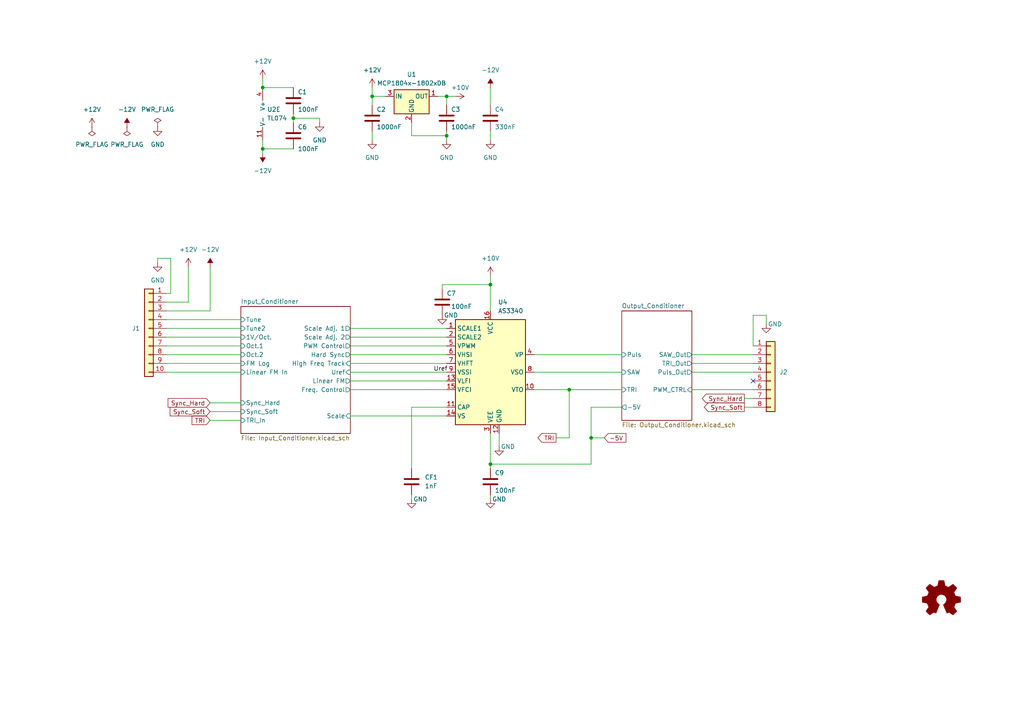
<source format=kicad_sch>
(kicad_sch (version 20230121) (generator eeschema)

  (uuid e6e48335-412b-44f2-82a1-e2a8cf29335c)

  (paper "A4")

  (title_block
    (title "MoreVO_Core")
    (date "2024-07-09")
    (rev "1.1")
    (company "ImmogDi")
    (comment 1 "CC BY-NC-SA")
  )

  (lib_symbols
    (symbol "Amplifier_Operational:TL074" (pin_names (offset 0.127)) (in_bom yes) (on_board yes)
      (property "Reference" "U" (at 0 5.08 0)
        (effects (font (size 1.27 1.27)) (justify left))
      )
      (property "Value" "TL074" (at 0 -5.08 0)
        (effects (font (size 1.27 1.27)) (justify left))
      )
      (property "Footprint" "" (at -1.27 2.54 0)
        (effects (font (size 1.27 1.27)) hide)
      )
      (property "Datasheet" "http://www.ti.com/lit/ds/symlink/tl071.pdf" (at 1.27 5.08 0)
        (effects (font (size 1.27 1.27)) hide)
      )
      (property "ki_locked" "" (at 0 0 0)
        (effects (font (size 1.27 1.27)))
      )
      (property "ki_keywords" "quad opamp" (at 0 0 0)
        (effects (font (size 1.27 1.27)) hide)
      )
      (property "ki_description" "Quad Low-Noise JFET-Input Operational Amplifiers, DIP-14/SOIC-14" (at 0 0 0)
        (effects (font (size 1.27 1.27)) hide)
      )
      (property "ki_fp_filters" "SOIC*3.9x8.7mm*P1.27mm* DIP*W7.62mm* TSSOP*4.4x5mm*P0.65mm* SSOP*5.3x6.2mm*P0.65mm* MSOP*3x3mm*P0.5mm*" (at 0 0 0)
        (effects (font (size 1.27 1.27)) hide)
      )
      (symbol "TL074_1_1"
        (polyline
          (pts
            (xy -5.08 5.08)
            (xy 5.08 0)
            (xy -5.08 -5.08)
            (xy -5.08 5.08)
          )
          (stroke (width 0.254) (type default))
          (fill (type background))
        )
        (pin output line (at 7.62 0 180) (length 2.54)
          (name "~" (effects (font (size 1.27 1.27))))
          (number "1" (effects (font (size 1.27 1.27))))
        )
        (pin input line (at -7.62 -2.54 0) (length 2.54)
          (name "-" (effects (font (size 1.27 1.27))))
          (number "2" (effects (font (size 1.27 1.27))))
        )
        (pin input line (at -7.62 2.54 0) (length 2.54)
          (name "+" (effects (font (size 1.27 1.27))))
          (number "3" (effects (font (size 1.27 1.27))))
        )
      )
      (symbol "TL074_2_1"
        (polyline
          (pts
            (xy -5.08 5.08)
            (xy 5.08 0)
            (xy -5.08 -5.08)
            (xy -5.08 5.08)
          )
          (stroke (width 0.254) (type default))
          (fill (type background))
        )
        (pin input line (at -7.62 2.54 0) (length 2.54)
          (name "+" (effects (font (size 1.27 1.27))))
          (number "5" (effects (font (size 1.27 1.27))))
        )
        (pin input line (at -7.62 -2.54 0) (length 2.54)
          (name "-" (effects (font (size 1.27 1.27))))
          (number "6" (effects (font (size 1.27 1.27))))
        )
        (pin output line (at 7.62 0 180) (length 2.54)
          (name "~" (effects (font (size 1.27 1.27))))
          (number "7" (effects (font (size 1.27 1.27))))
        )
      )
      (symbol "TL074_3_1"
        (polyline
          (pts
            (xy -5.08 5.08)
            (xy 5.08 0)
            (xy -5.08 -5.08)
            (xy -5.08 5.08)
          )
          (stroke (width 0.254) (type default))
          (fill (type background))
        )
        (pin input line (at -7.62 2.54 0) (length 2.54)
          (name "+" (effects (font (size 1.27 1.27))))
          (number "10" (effects (font (size 1.27 1.27))))
        )
        (pin output line (at 7.62 0 180) (length 2.54)
          (name "~" (effects (font (size 1.27 1.27))))
          (number "8" (effects (font (size 1.27 1.27))))
        )
        (pin input line (at -7.62 -2.54 0) (length 2.54)
          (name "-" (effects (font (size 1.27 1.27))))
          (number "9" (effects (font (size 1.27 1.27))))
        )
      )
      (symbol "TL074_4_1"
        (polyline
          (pts
            (xy -5.08 5.08)
            (xy 5.08 0)
            (xy -5.08 -5.08)
            (xy -5.08 5.08)
          )
          (stroke (width 0.254) (type default))
          (fill (type background))
        )
        (pin input line (at -7.62 2.54 0) (length 2.54)
          (name "+" (effects (font (size 1.27 1.27))))
          (number "12" (effects (font (size 1.27 1.27))))
        )
        (pin input line (at -7.62 -2.54 0) (length 2.54)
          (name "-" (effects (font (size 1.27 1.27))))
          (number "13" (effects (font (size 1.27 1.27))))
        )
        (pin output line (at 7.62 0 180) (length 2.54)
          (name "~" (effects (font (size 1.27 1.27))))
          (number "14" (effects (font (size 1.27 1.27))))
        )
      )
      (symbol "TL074_5_1"
        (pin power_in line (at -2.54 -7.62 90) (length 3.81)
          (name "V-" (effects (font (size 1.27 1.27))))
          (number "11" (effects (font (size 1.27 1.27))))
        )
        (pin power_in line (at -2.54 7.62 270) (length 3.81)
          (name "V+" (effects (font (size 1.27 1.27))))
          (number "4" (effects (font (size 1.27 1.27))))
        )
      )
    )
    (symbol "Audio:AS3340" (in_bom yes) (on_board yes)
      (property "Reference" "U" (at -5.08 17.78 0)
        (effects (font (size 1.27 1.27)))
      )
      (property "Value" "AS3340" (at 5.08 17.78 0)
        (effects (font (size 1.27 1.27)))
      )
      (property "Footprint" "" (at 12.7 -7.62 0)
        (effects (font (size 1.27 1.27)) hide)
      )
      (property "Datasheet" "http://www.alfarzpp.lv/eng/sc/AS3340.pdf" (at 15.24 -11.43 0)
        (effects (font (size 1.27 1.27)) hide)
      )
      (property "ki_keywords" "VCO CEM340 ALFA" (at 0 0 0)
        (effects (font (size 1.27 1.27)) hide)
      )
      (property "ki_description" "Voltage Controlled Oscillator (VCO), DIP-16/SOIC-16" (at 0 0 0)
        (effects (font (size 1.27 1.27)) hide)
      )
      (property "ki_fp_filters" "DIP*W7.62mm* SOIC*3.9x9.9mm*P1.27mm*" (at 0 0 0)
        (effects (font (size 1.27 1.27)) hide)
      )
      (symbol "AS3340_0_1"
        (rectangle (start -10.16 15.24) (end 10.16 -15.24)
          (stroke (width 0.254) (type default))
          (fill (type background))
        )
      )
      (symbol "AS3340_1_1"
        (pin input line (at -12.7 12.7 0) (length 2.54)
          (name "SCALE1" (effects (font (size 1.27 1.27))))
          (number "1" (effects (font (size 1.27 1.27))))
        )
        (pin output line (at 12.7 -5.08 180) (length 2.54)
          (name "VTO" (effects (font (size 1.27 1.27))))
          (number "10" (effects (font (size 1.27 1.27))))
        )
        (pin passive line (at -12.7 -10.16 0) (length 2.54)
          (name "CAP" (effects (font (size 1.27 1.27))))
          (number "11" (effects (font (size 1.27 1.27))))
        )
        (pin power_in line (at 2.54 -17.78 90) (length 2.54)
          (name "GND" (effects (font (size 1.27 1.27))))
          (number "12" (effects (font (size 1.27 1.27))))
        )
        (pin input line (at -12.7 -2.54 0) (length 2.54)
          (name "VLFI" (effects (font (size 1.27 1.27))))
          (number "13" (effects (font (size 1.27 1.27))))
        )
        (pin passive line (at -12.7 -12.7 0) (length 2.54)
          (name "VS" (effects (font (size 1.27 1.27))))
          (number "14" (effects (font (size 1.27 1.27))))
        )
        (pin input line (at -12.7 -5.08 0) (length 2.54)
          (name "VFCI" (effects (font (size 1.27 1.27))))
          (number "15" (effects (font (size 1.27 1.27))))
        )
        (pin power_in line (at 0 17.78 270) (length 2.54)
          (name "VCC" (effects (font (size 1.27 1.27))))
          (number "16" (effects (font (size 1.27 1.27))))
        )
        (pin input line (at -12.7 10.16 0) (length 2.54)
          (name "SCALE2" (effects (font (size 1.27 1.27))))
          (number "2" (effects (font (size 1.27 1.27))))
        )
        (pin power_in line (at 0 -17.78 90) (length 2.54)
          (name "VEE" (effects (font (size 1.27 1.27))))
          (number "3" (effects (font (size 1.27 1.27))))
        )
        (pin output line (at 12.7 5.08 180) (length 2.54)
          (name "VP" (effects (font (size 1.27 1.27))))
          (number "4" (effects (font (size 1.27 1.27))))
        )
        (pin input line (at -12.7 7.62 0) (length 2.54)
          (name "VPWM" (effects (font (size 1.27 1.27))))
          (number "5" (effects (font (size 1.27 1.27))))
        )
        (pin input line (at -12.7 5.08 0) (length 2.54)
          (name "VHSI" (effects (font (size 1.27 1.27))))
          (number "6" (effects (font (size 1.27 1.27))))
        )
        (pin input line (at -12.7 2.54 0) (length 2.54)
          (name "VHFT" (effects (font (size 1.27 1.27))))
          (number "7" (effects (font (size 1.27 1.27))))
        )
        (pin output line (at 12.7 0 180) (length 2.54)
          (name "VSO" (effects (font (size 1.27 1.27))))
          (number "8" (effects (font (size 1.27 1.27))))
        )
        (pin input line (at -12.7 0 0) (length 2.54)
          (name "VSSI" (effects (font (size 1.27 1.27))))
          (number "9" (effects (font (size 1.27 1.27))))
        )
      )
    )
    (symbol "Connector_Generic:Conn_01x08" (pin_names (offset 1.016) hide) (in_bom yes) (on_board yes)
      (property "Reference" "J" (at 0 10.16 0)
        (effects (font (size 1.27 1.27)))
      )
      (property "Value" "Conn_01x08" (at 0 -12.7 0)
        (effects (font (size 1.27 1.27)))
      )
      (property "Footprint" "" (at 0 0 0)
        (effects (font (size 1.27 1.27)) hide)
      )
      (property "Datasheet" "~" (at 0 0 0)
        (effects (font (size 1.27 1.27)) hide)
      )
      (property "ki_keywords" "connector" (at 0 0 0)
        (effects (font (size 1.27 1.27)) hide)
      )
      (property "ki_description" "Generic connector, single row, 01x08, script generated (kicad-library-utils/schlib/autogen/connector/)" (at 0 0 0)
        (effects (font (size 1.27 1.27)) hide)
      )
      (property "ki_fp_filters" "Connector*:*_1x??_*" (at 0 0 0)
        (effects (font (size 1.27 1.27)) hide)
      )
      (symbol "Conn_01x08_1_1"
        (rectangle (start -1.27 -10.033) (end 0 -10.287)
          (stroke (width 0.1524) (type default))
          (fill (type none))
        )
        (rectangle (start -1.27 -7.493) (end 0 -7.747)
          (stroke (width 0.1524) (type default))
          (fill (type none))
        )
        (rectangle (start -1.27 -4.953) (end 0 -5.207)
          (stroke (width 0.1524) (type default))
          (fill (type none))
        )
        (rectangle (start -1.27 -2.413) (end 0 -2.667)
          (stroke (width 0.1524) (type default))
          (fill (type none))
        )
        (rectangle (start -1.27 0.127) (end 0 -0.127)
          (stroke (width 0.1524) (type default))
          (fill (type none))
        )
        (rectangle (start -1.27 2.667) (end 0 2.413)
          (stroke (width 0.1524) (type default))
          (fill (type none))
        )
        (rectangle (start -1.27 5.207) (end 0 4.953)
          (stroke (width 0.1524) (type default))
          (fill (type none))
        )
        (rectangle (start -1.27 7.747) (end 0 7.493)
          (stroke (width 0.1524) (type default))
          (fill (type none))
        )
        (rectangle (start -1.27 8.89) (end 1.27 -11.43)
          (stroke (width 0.254) (type default))
          (fill (type background))
        )
        (pin passive line (at -5.08 7.62 0) (length 3.81)
          (name "Pin_1" (effects (font (size 1.27 1.27))))
          (number "1" (effects (font (size 1.27 1.27))))
        )
        (pin passive line (at -5.08 5.08 0) (length 3.81)
          (name "Pin_2" (effects (font (size 1.27 1.27))))
          (number "2" (effects (font (size 1.27 1.27))))
        )
        (pin passive line (at -5.08 2.54 0) (length 3.81)
          (name "Pin_3" (effects (font (size 1.27 1.27))))
          (number "3" (effects (font (size 1.27 1.27))))
        )
        (pin passive line (at -5.08 0 0) (length 3.81)
          (name "Pin_4" (effects (font (size 1.27 1.27))))
          (number "4" (effects (font (size 1.27 1.27))))
        )
        (pin passive line (at -5.08 -2.54 0) (length 3.81)
          (name "Pin_5" (effects (font (size 1.27 1.27))))
          (number "5" (effects (font (size 1.27 1.27))))
        )
        (pin passive line (at -5.08 -5.08 0) (length 3.81)
          (name "Pin_6" (effects (font (size 1.27 1.27))))
          (number "6" (effects (font (size 1.27 1.27))))
        )
        (pin passive line (at -5.08 -7.62 0) (length 3.81)
          (name "Pin_7" (effects (font (size 1.27 1.27))))
          (number "7" (effects (font (size 1.27 1.27))))
        )
        (pin passive line (at -5.08 -10.16 0) (length 3.81)
          (name "Pin_8" (effects (font (size 1.27 1.27))))
          (number "8" (effects (font (size 1.27 1.27))))
        )
      )
    )
    (symbol "Connector_Generic:Conn_01x10" (pin_names (offset 1.016) hide) (in_bom yes) (on_board yes)
      (property "Reference" "J" (at 0 12.7 0)
        (effects (font (size 1.27 1.27)))
      )
      (property "Value" "Conn_01x10" (at 0 -15.24 0)
        (effects (font (size 1.27 1.27)))
      )
      (property "Footprint" "" (at 0 0 0)
        (effects (font (size 1.27 1.27)) hide)
      )
      (property "Datasheet" "~" (at 0 0 0)
        (effects (font (size 1.27 1.27)) hide)
      )
      (property "ki_keywords" "connector" (at 0 0 0)
        (effects (font (size 1.27 1.27)) hide)
      )
      (property "ki_description" "Generic connector, single row, 01x10, script generated (kicad-library-utils/schlib/autogen/connector/)" (at 0 0 0)
        (effects (font (size 1.27 1.27)) hide)
      )
      (property "ki_fp_filters" "Connector*:*_1x??_*" (at 0 0 0)
        (effects (font (size 1.27 1.27)) hide)
      )
      (symbol "Conn_01x10_1_1"
        (rectangle (start -1.27 -12.573) (end 0 -12.827)
          (stroke (width 0.1524) (type default))
          (fill (type none))
        )
        (rectangle (start -1.27 -10.033) (end 0 -10.287)
          (stroke (width 0.1524) (type default))
          (fill (type none))
        )
        (rectangle (start -1.27 -7.493) (end 0 -7.747)
          (stroke (width 0.1524) (type default))
          (fill (type none))
        )
        (rectangle (start -1.27 -4.953) (end 0 -5.207)
          (stroke (width 0.1524) (type default))
          (fill (type none))
        )
        (rectangle (start -1.27 -2.413) (end 0 -2.667)
          (stroke (width 0.1524) (type default))
          (fill (type none))
        )
        (rectangle (start -1.27 0.127) (end 0 -0.127)
          (stroke (width 0.1524) (type default))
          (fill (type none))
        )
        (rectangle (start -1.27 2.667) (end 0 2.413)
          (stroke (width 0.1524) (type default))
          (fill (type none))
        )
        (rectangle (start -1.27 5.207) (end 0 4.953)
          (stroke (width 0.1524) (type default))
          (fill (type none))
        )
        (rectangle (start -1.27 7.747) (end 0 7.493)
          (stroke (width 0.1524) (type default))
          (fill (type none))
        )
        (rectangle (start -1.27 10.287) (end 0 10.033)
          (stroke (width 0.1524) (type default))
          (fill (type none))
        )
        (rectangle (start -1.27 11.43) (end 1.27 -13.97)
          (stroke (width 0.254) (type default))
          (fill (type background))
        )
        (pin passive line (at -5.08 10.16 0) (length 3.81)
          (name "Pin_1" (effects (font (size 1.27 1.27))))
          (number "1" (effects (font (size 1.27 1.27))))
        )
        (pin passive line (at -5.08 -12.7 0) (length 3.81)
          (name "Pin_10" (effects (font (size 1.27 1.27))))
          (number "10" (effects (font (size 1.27 1.27))))
        )
        (pin passive line (at -5.08 7.62 0) (length 3.81)
          (name "Pin_2" (effects (font (size 1.27 1.27))))
          (number "2" (effects (font (size 1.27 1.27))))
        )
        (pin passive line (at -5.08 5.08 0) (length 3.81)
          (name "Pin_3" (effects (font (size 1.27 1.27))))
          (number "3" (effects (font (size 1.27 1.27))))
        )
        (pin passive line (at -5.08 2.54 0) (length 3.81)
          (name "Pin_4" (effects (font (size 1.27 1.27))))
          (number "4" (effects (font (size 1.27 1.27))))
        )
        (pin passive line (at -5.08 0 0) (length 3.81)
          (name "Pin_5" (effects (font (size 1.27 1.27))))
          (number "5" (effects (font (size 1.27 1.27))))
        )
        (pin passive line (at -5.08 -2.54 0) (length 3.81)
          (name "Pin_6" (effects (font (size 1.27 1.27))))
          (number "6" (effects (font (size 1.27 1.27))))
        )
        (pin passive line (at -5.08 -5.08 0) (length 3.81)
          (name "Pin_7" (effects (font (size 1.27 1.27))))
          (number "7" (effects (font (size 1.27 1.27))))
        )
        (pin passive line (at -5.08 -7.62 0) (length 3.81)
          (name "Pin_8" (effects (font (size 1.27 1.27))))
          (number "8" (effects (font (size 1.27 1.27))))
        )
        (pin passive line (at -5.08 -10.16 0) (length 3.81)
          (name "Pin_9" (effects (font (size 1.27 1.27))))
          (number "9" (effects (font (size 1.27 1.27))))
        )
      )
    )
    (symbol "Device:C" (pin_numbers hide) (pin_names (offset 0.254)) (in_bom yes) (on_board yes)
      (property "Reference" "C" (at 0.635 2.54 0)
        (effects (font (size 1.27 1.27)) (justify left))
      )
      (property "Value" "C" (at 0.635 -2.54 0)
        (effects (font (size 1.27 1.27)) (justify left))
      )
      (property "Footprint" "" (at 0.9652 -3.81 0)
        (effects (font (size 1.27 1.27)) hide)
      )
      (property "Datasheet" "~" (at 0 0 0)
        (effects (font (size 1.27 1.27)) hide)
      )
      (property "ki_keywords" "cap capacitor" (at 0 0 0)
        (effects (font (size 1.27 1.27)) hide)
      )
      (property "ki_description" "Unpolarized capacitor" (at 0 0 0)
        (effects (font (size 1.27 1.27)) hide)
      )
      (property "ki_fp_filters" "C_*" (at 0 0 0)
        (effects (font (size 1.27 1.27)) hide)
      )
      (symbol "C_0_1"
        (polyline
          (pts
            (xy -2.032 -0.762)
            (xy 2.032 -0.762)
          )
          (stroke (width 0.508) (type default))
          (fill (type none))
        )
        (polyline
          (pts
            (xy -2.032 0.762)
            (xy 2.032 0.762)
          )
          (stroke (width 0.508) (type default))
          (fill (type none))
        )
      )
      (symbol "C_1_1"
        (pin passive line (at 0 3.81 270) (length 2.794)
          (name "~" (effects (font (size 1.27 1.27))))
          (number "1" (effects (font (size 1.27 1.27))))
        )
        (pin passive line (at 0 -3.81 90) (length 2.794)
          (name "~" (effects (font (size 1.27 1.27))))
          (number "2" (effects (font (size 1.27 1.27))))
        )
      )
    )
    (symbol "Graphic:Logo_Open_Hardware_Small" (in_bom no) (on_board no)
      (property "Reference" "#SYM" (at 0 6.985 0)
        (effects (font (size 1.27 1.27)) hide)
      )
      (property "Value" "Logo_Open_Hardware_Small" (at 0 -5.715 0)
        (effects (font (size 1.27 1.27)) hide)
      )
      (property "Footprint" "" (at 0 0 0)
        (effects (font (size 1.27 1.27)) hide)
      )
      (property "Datasheet" "~" (at 0 0 0)
        (effects (font (size 1.27 1.27)) hide)
      )
      (property "Sim.Enable" "0" (at 0 0 0)
        (effects (font (size 1.27 1.27)) hide)
      )
      (property "ki_keywords" "Logo" (at 0 0 0)
        (effects (font (size 1.27 1.27)) hide)
      )
      (property "ki_description" "Open Hardware logo, small" (at 0 0 0)
        (effects (font (size 1.27 1.27)) hide)
      )
      (symbol "Logo_Open_Hardware_Small_0_1"
        (polyline
          (pts
            (xy 3.3528 -4.3434)
            (xy 3.302 -4.318)
            (xy 3.175 -4.2418)
            (xy 2.9972 -4.1148)
            (xy 2.7686 -3.9624)
            (xy 2.54 -3.81)
            (xy 2.3622 -3.7084)
            (xy 2.2352 -3.6068)
            (xy 2.1844 -3.5814)
            (xy 2.159 -3.6068)
            (xy 2.0574 -3.6576)
            (xy 1.905 -3.7338)
            (xy 1.8034 -3.7846)
            (xy 1.6764 -3.8354)
            (xy 1.6002 -3.8354)
            (xy 1.6002 -3.8354)
            (xy 1.5494 -3.7338)
            (xy 1.4732 -3.5306)
            (xy 1.3462 -3.302)
            (xy 1.2446 -3.0226)
            (xy 1.1176 -2.7178)
            (xy 0.9652 -2.413)
            (xy 0.8636 -2.1082)
            (xy 0.7366 -1.8288)
            (xy 0.6604 -1.6256)
            (xy 0.6096 -1.4732)
            (xy 0.5842 -1.397)
            (xy 0.5842 -1.397)
            (xy 0.6604 -1.3208)
            (xy 0.7874 -1.2446)
            (xy 1.0414 -1.016)
            (xy 1.2954 -0.6858)
            (xy 1.4478 -0.3302)
            (xy 1.524 0.0762)
            (xy 1.4732 0.4572)
            (xy 1.3208 0.8128)
            (xy 1.0668 1.143)
            (xy 0.762 1.3716)
            (xy 0.4064 1.524)
            (xy 0 1.5748)
            (xy -0.381 1.5494)
            (xy -0.7366 1.397)
            (xy -1.0668 1.143)
            (xy -1.2192 0.9906)
            (xy -1.397 0.6604)
            (xy -1.524 0.3048)
            (xy -1.524 0.2286)
            (xy -1.4986 -0.1778)
            (xy -1.397 -0.5334)
            (xy -1.1938 -0.8636)
            (xy -0.9144 -1.143)
            (xy -0.8636 -1.1684)
            (xy -0.7366 -1.27)
            (xy -0.635 -1.3462)
            (xy -0.5842 -1.397)
            (xy -1.0668 -2.5908)
            (xy -1.143 -2.794)
            (xy -1.2954 -3.1242)
            (xy -1.397 -3.4036)
            (xy -1.4986 -3.6322)
            (xy -1.5748 -3.7846)
            (xy -1.6002 -3.8354)
            (xy -1.6002 -3.8354)
            (xy -1.651 -3.8354)
            (xy -1.7272 -3.81)
            (xy -1.905 -3.7338)
            (xy -2.0066 -3.683)
            (xy -2.1336 -3.6068)
            (xy -2.2098 -3.5814)
            (xy -2.2606 -3.6068)
            (xy -2.3622 -3.683)
            (xy -2.54 -3.81)
            (xy -2.7686 -3.9624)
            (xy -2.9718 -4.0894)
            (xy -3.1496 -4.2164)
            (xy -3.302 -4.318)
            (xy -3.3528 -4.3434)
            (xy -3.3782 -4.3434)
            (xy -3.429 -4.318)
            (xy -3.5306 -4.2164)
            (xy -3.7084 -4.064)
            (xy -3.937 -3.8354)
            (xy -3.9624 -3.81)
            (xy -4.1656 -3.6068)
            (xy -4.318 -3.4544)
            (xy -4.4196 -3.3274)
            (xy -4.445 -3.2766)
            (xy -4.445 -3.2766)
            (xy -4.4196 -3.2258)
            (xy -4.318 -3.0734)
            (xy -4.2164 -2.8956)
            (xy -4.064 -2.667)
            (xy -3.6576 -2.0828)
            (xy -3.8862 -1.5494)
            (xy -3.937 -1.3716)
            (xy -4.0386 -1.1684)
            (xy -4.0894 -1.0414)
            (xy -4.1148 -0.9652)
            (xy -4.191 -0.9398)
            (xy -4.318 -0.9144)
            (xy -4.5466 -0.8636)
            (xy -4.8006 -0.8128)
            (xy -5.0546 -0.7874)
            (xy -5.2578 -0.7366)
            (xy -5.4356 -0.7112)
            (xy -5.5118 -0.6858)
            (xy -5.5118 -0.6858)
            (xy -5.5372 -0.635)
            (xy -5.5372 -0.5588)
            (xy -5.5372 -0.4318)
            (xy -5.5626 -0.2286)
            (xy -5.5626 0.0762)
            (xy -5.5626 0.127)
            (xy -5.5372 0.4064)
            (xy -5.5372 0.635)
            (xy -5.5372 0.762)
            (xy -5.5372 0.8382)
            (xy -5.5372 0.8382)
            (xy -5.461 0.8382)
            (xy -5.3086 0.889)
            (xy -5.08 0.9144)
            (xy -4.826 0.9652)
            (xy -4.8006 0.9906)
            (xy -4.5466 1.0414)
            (xy -4.318 1.0668)
            (xy -4.1656 1.1176)
            (xy -4.0894 1.143)
            (xy -4.0894 1.143)
            (xy -4.0386 1.2446)
            (xy -3.9624 1.4224)
            (xy -3.8608 1.6256)
            (xy -3.7846 1.8288)
            (xy -3.7084 2.0066)
            (xy -3.6576 2.159)
            (xy -3.6322 2.2098)
            (xy -3.6322 2.2098)
            (xy -3.683 2.286)
            (xy -3.7592 2.413)
            (xy -3.8862 2.5908)
            (xy -4.064 2.8194)
            (xy -4.064 2.8448)
            (xy -4.2164 3.0734)
            (xy -4.3434 3.2512)
            (xy -4.4196 3.3782)
            (xy -4.445 3.4544)
            (xy -4.445 3.4544)
            (xy -4.3942 3.5052)
            (xy -4.2926 3.6322)
            (xy -4.1148 3.81)
            (xy -3.937 4.0132)
            (xy -3.8608 4.064)
            (xy -3.6576 4.2926)
            (xy -3.5052 4.4196)
            (xy -3.4036 4.4958)
            (xy -3.3528 4.5212)
            (xy -3.3528 4.5212)
            (xy -3.302 4.4704)
            (xy -3.1496 4.3688)
            (xy -2.9718 4.2418)
            (xy -2.7432 4.0894)
            (xy -2.7178 4.0894)
            (xy -2.4892 3.937)
            (xy -2.3114 3.81)
            (xy -2.1844 3.7084)
            (xy -2.1336 3.683)
            (xy -2.1082 3.683)
            (xy -2.032 3.7084)
            (xy -1.8542 3.7592)
            (xy -1.6764 3.8354)
            (xy -1.4732 3.937)
            (xy -1.27 4.0132)
            (xy -1.143 4.064)
            (xy -1.0668 4.1148)
            (xy -1.0668 4.1148)
            (xy -1.0414 4.191)
            (xy -1.016 4.3434)
            (xy -0.9652 4.572)
            (xy -0.9144 4.8514)
            (xy -0.889 4.9022)
            (xy -0.8382 5.1562)
            (xy -0.8128 5.3848)
            (xy -0.7874 5.5372)
            (xy -0.762 5.588)
            (xy -0.7112 5.6134)
            (xy -0.5842 5.6134)
            (xy -0.4064 5.6134)
            (xy -0.1524 5.6134)
            (xy 0.0762 5.6134)
            (xy 0.3302 5.6134)
            (xy 0.5334 5.6134)
            (xy 0.6858 5.588)
            (xy 0.7366 5.588)
            (xy 0.7366 5.588)
            (xy 0.762 5.5118)
            (xy 0.8128 5.334)
            (xy 0.8382 5.1054)
            (xy 0.9144 4.826)
            (xy 0.9144 4.7752)
            (xy 0.9652 4.5212)
            (xy 1.016 4.2926)
            (xy 1.0414 4.1402)
            (xy 1.0668 4.0894)
            (xy 1.0668 4.0894)
            (xy 1.1938 4.0386)
            (xy 1.3716 3.9624)
            (xy 1.5748 3.8608)
            (xy 2.0828 3.6576)
            (xy 2.7178 4.0894)
            (xy 2.7686 4.1402)
            (xy 2.9972 4.2926)
            (xy 3.175 4.4196)
            (xy 3.302 4.4958)
            (xy 3.3782 4.5212)
            (xy 3.3782 4.5212)
            (xy 3.429 4.4704)
            (xy 3.556 4.3434)
            (xy 3.7338 4.191)
            (xy 3.9116 3.9878)
            (xy 4.064 3.8354)
            (xy 4.2418 3.6576)
            (xy 4.3434 3.556)
            (xy 4.4196 3.4798)
            (xy 4.4196 3.429)
            (xy 4.4196 3.4036)
            (xy 4.3942 3.3274)
            (xy 4.2926 3.2004)
            (xy 4.1656 2.9972)
            (xy 4.0132 2.794)
            (xy 3.8862 2.5908)
            (xy 3.7592 2.3876)
            (xy 3.6576 2.2352)
            (xy 3.6322 2.159)
            (xy 3.6322 2.1336)
            (xy 3.683 2.0066)
            (xy 3.7592 1.8288)
            (xy 3.8608 1.6002)
            (xy 4.064 1.1176)
            (xy 4.3942 1.0414)
            (xy 4.5974 1.016)
            (xy 4.8768 0.9652)
            (xy 5.1308 0.9144)
            (xy 5.5372 0.8382)
            (xy 5.5626 -0.6604)
            (xy 5.4864 -0.6858)
            (xy 5.4356 -0.6858)
            (xy 5.2832 -0.7366)
            (xy 5.0546 -0.762)
            (xy 4.8006 -0.8128)
            (xy 4.5974 -0.8636)
            (xy 4.3688 -0.9144)
            (xy 4.2164 -0.9398)
            (xy 4.1402 -0.9398)
            (xy 4.1148 -0.9652)
            (xy 4.064 -1.0668)
            (xy 3.9878 -1.2446)
            (xy 3.9116 -1.4478)
            (xy 3.81 -1.651)
            (xy 3.7338 -1.8542)
            (xy 3.683 -2.0066)
            (xy 3.6576 -2.0828)
            (xy 3.683 -2.1336)
            (xy 3.7846 -2.2606)
            (xy 3.8862 -2.4638)
            (xy 4.0386 -2.667)
            (xy 4.191 -2.8956)
            (xy 4.318 -3.0734)
            (xy 4.3942 -3.2004)
            (xy 4.445 -3.2766)
            (xy 4.4196 -3.3274)
            (xy 4.3434 -3.429)
            (xy 4.1656 -3.5814)
            (xy 3.937 -3.8354)
            (xy 3.8862 -3.8608)
            (xy 3.683 -4.064)
            (xy 3.5306 -4.2164)
            (xy 3.4036 -4.318)
            (xy 3.3528 -4.3434)
          )
          (stroke (width 0) (type default))
          (fill (type outline))
        )
      )
    )
    (symbol "Regulator_Linear:MCP1804x-1802xDB" (pin_names (offset 0.254)) (in_bom yes) (on_board yes)
      (property "Reference" "U" (at -3.81 3.175 0)
        (effects (font (size 1.27 1.27)))
      )
      (property "Value" "MCP1804x-1802xDB" (at -0.635 3.175 0)
        (effects (font (size 1.27 1.27)) (justify left))
      )
      (property "Footprint" "Package_TO_SOT_SMD:SOT-223-3_TabPin2" (at 0 5.08 0)
        (effects (font (size 1.27 1.27)) hide)
      )
      (property "Datasheet" "http://ww1.microchip.com/downloads/en/DeviceDoc/20002200D.pdf" (at 0 0 0)
        (effects (font (size 1.27 1.27)) hide)
      )
      (property "ki_keywords" "linear regulator ldo fixed positive" (at 0 0 0)
        (effects (font (size 1.27 1.27)) hide)
      )
      (property "ki_description" "150mA, 28V LDO Regulator With Shutdown, 1.8V Fixed Output, SOT-223" (at 0 0 0)
        (effects (font (size 1.27 1.27)) hide)
      )
      (property "ki_fp_filters" "SOT?223*" (at 0 0 0)
        (effects (font (size 1.27 1.27)) hide)
      )
      (symbol "MCP1804x-1802xDB_0_1"
        (rectangle (start -5.08 1.905) (end 5.08 -5.08)
          (stroke (width 0.254) (type default))
          (fill (type background))
        )
      )
      (symbol "MCP1804x-1802xDB_1_1"
        (pin power_out line (at 7.62 0 180) (length 2.54)
          (name "OUT" (effects (font (size 1.27 1.27))))
          (number "1" (effects (font (size 1.27 1.27))))
        )
        (pin power_in line (at 0 -7.62 90) (length 2.54)
          (name "GND" (effects (font (size 1.27 1.27))))
          (number "2" (effects (font (size 1.27 1.27))))
        )
        (pin power_in line (at -7.62 0 0) (length 2.54)
          (name "IN" (effects (font (size 1.27 1.27))))
          (number "3" (effects (font (size 1.27 1.27))))
        )
      )
    )
    (symbol "power:+10V" (power) (pin_names (offset 0)) (in_bom yes) (on_board yes)
      (property "Reference" "#PWR" (at 0 -3.81 0)
        (effects (font (size 1.27 1.27)) hide)
      )
      (property "Value" "+10V" (at 0 3.556 0)
        (effects (font (size 1.27 1.27)))
      )
      (property "Footprint" "" (at 0 0 0)
        (effects (font (size 1.27 1.27)) hide)
      )
      (property "Datasheet" "" (at 0 0 0)
        (effects (font (size 1.27 1.27)) hide)
      )
      (property "ki_keywords" "global power" (at 0 0 0)
        (effects (font (size 1.27 1.27)) hide)
      )
      (property "ki_description" "Power symbol creates a global label with name \"+10V\"" (at 0 0 0)
        (effects (font (size 1.27 1.27)) hide)
      )
      (symbol "+10V_0_1"
        (polyline
          (pts
            (xy -0.762 1.27)
            (xy 0 2.54)
          )
          (stroke (width 0) (type default))
          (fill (type none))
        )
        (polyline
          (pts
            (xy 0 0)
            (xy 0 2.54)
          )
          (stroke (width 0) (type default))
          (fill (type none))
        )
        (polyline
          (pts
            (xy 0 2.54)
            (xy 0.762 1.27)
          )
          (stroke (width 0) (type default))
          (fill (type none))
        )
      )
      (symbol "+10V_1_1"
        (pin power_in line (at 0 0 90) (length 0) hide
          (name "+10V" (effects (font (size 1.27 1.27))))
          (number "1" (effects (font (size 1.27 1.27))))
        )
      )
    )
    (symbol "power:+12V" (power) (pin_names (offset 0)) (in_bom yes) (on_board yes)
      (property "Reference" "#PWR" (at 0 -3.81 0)
        (effects (font (size 1.27 1.27)) hide)
      )
      (property "Value" "+12V" (at 0 3.556 0)
        (effects (font (size 1.27 1.27)))
      )
      (property "Footprint" "" (at 0 0 0)
        (effects (font (size 1.27 1.27)) hide)
      )
      (property "Datasheet" "" (at 0 0 0)
        (effects (font (size 1.27 1.27)) hide)
      )
      (property "ki_keywords" "global power" (at 0 0 0)
        (effects (font (size 1.27 1.27)) hide)
      )
      (property "ki_description" "Power symbol creates a global label with name \"+12V\"" (at 0 0 0)
        (effects (font (size 1.27 1.27)) hide)
      )
      (symbol "+12V_0_1"
        (polyline
          (pts
            (xy -0.762 1.27)
            (xy 0 2.54)
          )
          (stroke (width 0) (type default))
          (fill (type none))
        )
        (polyline
          (pts
            (xy 0 0)
            (xy 0 2.54)
          )
          (stroke (width 0) (type default))
          (fill (type none))
        )
        (polyline
          (pts
            (xy 0 2.54)
            (xy 0.762 1.27)
          )
          (stroke (width 0) (type default))
          (fill (type none))
        )
      )
      (symbol "+12V_1_1"
        (pin power_in line (at 0 0 90) (length 0) hide
          (name "+12V" (effects (font (size 1.27 1.27))))
          (number "1" (effects (font (size 1.27 1.27))))
        )
      )
    )
    (symbol "power:-12V" (power) (pin_names (offset 0)) (in_bom yes) (on_board yes)
      (property "Reference" "#PWR" (at 0 2.54 0)
        (effects (font (size 1.27 1.27)) hide)
      )
      (property "Value" "-12V" (at 0 3.81 0)
        (effects (font (size 1.27 1.27)))
      )
      (property "Footprint" "" (at 0 0 0)
        (effects (font (size 1.27 1.27)) hide)
      )
      (property "Datasheet" "" (at 0 0 0)
        (effects (font (size 1.27 1.27)) hide)
      )
      (property "ki_keywords" "global power" (at 0 0 0)
        (effects (font (size 1.27 1.27)) hide)
      )
      (property "ki_description" "Power symbol creates a global label with name \"-12V\"" (at 0 0 0)
        (effects (font (size 1.27 1.27)) hide)
      )
      (symbol "-12V_0_0"
        (pin power_in line (at 0 0 90) (length 0) hide
          (name "-12V" (effects (font (size 1.27 1.27))))
          (number "1" (effects (font (size 1.27 1.27))))
        )
      )
      (symbol "-12V_0_1"
        (polyline
          (pts
            (xy 0 0)
            (xy 0 1.27)
            (xy 0.762 1.27)
            (xy 0 2.54)
            (xy -0.762 1.27)
            (xy 0 1.27)
          )
          (stroke (width 0) (type default))
          (fill (type outline))
        )
      )
    )
    (symbol "power:GND" (power) (pin_names (offset 0)) (in_bom yes) (on_board yes)
      (property "Reference" "#PWR" (at 0 -6.35 0)
        (effects (font (size 1.27 1.27)) hide)
      )
      (property "Value" "GND" (at 0 -3.81 0)
        (effects (font (size 1.27 1.27)))
      )
      (property "Footprint" "" (at 0 0 0)
        (effects (font (size 1.27 1.27)) hide)
      )
      (property "Datasheet" "" (at 0 0 0)
        (effects (font (size 1.27 1.27)) hide)
      )
      (property "ki_keywords" "global power" (at 0 0 0)
        (effects (font (size 1.27 1.27)) hide)
      )
      (property "ki_description" "Power symbol creates a global label with name \"GND\" , ground" (at 0 0 0)
        (effects (font (size 1.27 1.27)) hide)
      )
      (symbol "GND_0_1"
        (polyline
          (pts
            (xy 0 0)
            (xy 0 -1.27)
            (xy 1.27 -1.27)
            (xy 0 -2.54)
            (xy -1.27 -1.27)
            (xy 0 -1.27)
          )
          (stroke (width 0) (type default))
          (fill (type none))
        )
      )
      (symbol "GND_1_1"
        (pin power_in line (at 0 0 270) (length 0) hide
          (name "GND" (effects (font (size 1.27 1.27))))
          (number "1" (effects (font (size 1.27 1.27))))
        )
      )
    )
    (symbol "power:PWR_FLAG" (power) (pin_numbers hide) (pin_names (offset 0) hide) (in_bom yes) (on_board yes)
      (property "Reference" "#FLG" (at 0 1.905 0)
        (effects (font (size 1.27 1.27)) hide)
      )
      (property "Value" "PWR_FLAG" (at 0 3.81 0)
        (effects (font (size 1.27 1.27)))
      )
      (property "Footprint" "" (at 0 0 0)
        (effects (font (size 1.27 1.27)) hide)
      )
      (property "Datasheet" "~" (at 0 0 0)
        (effects (font (size 1.27 1.27)) hide)
      )
      (property "ki_keywords" "flag power" (at 0 0 0)
        (effects (font (size 1.27 1.27)) hide)
      )
      (property "ki_description" "Special symbol for telling ERC where power comes from" (at 0 0 0)
        (effects (font (size 1.27 1.27)) hide)
      )
      (symbol "PWR_FLAG_0_0"
        (pin power_out line (at 0 0 90) (length 0)
          (name "pwr" (effects (font (size 1.27 1.27))))
          (number "1" (effects (font (size 1.27 1.27))))
        )
      )
      (symbol "PWR_FLAG_0_1"
        (polyline
          (pts
            (xy 0 0)
            (xy 0 1.27)
            (xy -1.016 1.905)
            (xy 0 2.54)
            (xy 1.016 1.905)
            (xy 0 1.27)
          )
          (stroke (width 0) (type default))
          (fill (type none))
        )
      )
    )
  )

  (junction (at 76.2 25.4) (diameter 0) (color 0 0 0 0)
    (uuid 1a8691ee-f1e3-49b2-ac15-7ef7de6f75d0)
  )
  (junction (at 129.54 39.37) (diameter 0) (color 0 0 0 0)
    (uuid 2801af80-e8f0-446c-a3c4-2e41ed3d0932)
  )
  (junction (at 85.09 34.29) (diameter 0) (color 0 0 0 0)
    (uuid 5b8cc4a7-ba21-421a-9df9-e3754731d06a)
  )
  (junction (at 76.2 43.18) (diameter 0) (color 0 0 0 0)
    (uuid 73cfd869-c27d-4aa4-9e4b-3f4d6018771f)
  )
  (junction (at 171.45 127) (diameter 0) (color 0 0 0 0)
    (uuid acae9172-887c-42b6-88c3-151405b9a395)
  )
  (junction (at 107.95 27.94) (diameter 0) (color 0 0 0 0)
    (uuid bd8d5498-c0d8-40e7-8637-e13cc7ca4f72)
  )
  (junction (at 129.54 27.94) (diameter 0) (color 0 0 0 0)
    (uuid bf091a05-a821-4586-873f-ac631203baf8)
  )
  (junction (at 142.24 134.62) (diameter 0) (color 0 0 0 0)
    (uuid e0286a7b-1135-417e-aa08-30bca1335ac1)
  )
  (junction (at 165.1 113.03) (diameter 0) (color 0 0 0 0)
    (uuid e94ee934-cb23-44a1-85f3-bc7eeecbd023)
  )
  (junction (at 142.24 82.55) (diameter 0) (color 0 0 0 0)
    (uuid effb6ae9-5f55-43ba-8089-af96e26887c6)
  )

  (no_connect (at 218.44 110.49) (uuid 2de03e71-a40a-42b1-9777-01a832383638))

  (wire (pts (xy 142.24 38.1) (xy 142.24 40.64))
    (stroke (width 0) (type default))
    (uuid 02d6c9f0-ebbc-41fd-8c71-5353fdfedbe8)
  )
  (wire (pts (xy 171.45 118.11) (xy 180.34 118.11))
    (stroke (width 0) (type default))
    (uuid 0c46b99e-74ae-4fbd-b854-79cbc103a793)
  )
  (wire (pts (xy 101.6 110.49) (xy 129.54 110.49))
    (stroke (width 0) (type default))
    (uuid 0cbc2a5f-c3a5-491b-bedc-9910516f4154)
  )
  (wire (pts (xy 215.9 115.57) (xy 218.44 115.57))
    (stroke (width 0) (type default))
    (uuid 0cff668d-c4cc-41f5-8b35-f5c1190beeb0)
  )
  (wire (pts (xy 165.1 113.03) (xy 165.1 127))
    (stroke (width 0) (type default))
    (uuid 12ba54ce-2df6-4a1b-b455-de8e3796a1cf)
  )
  (wire (pts (xy 111.76 27.94) (xy 107.95 27.94))
    (stroke (width 0) (type default))
    (uuid 1323074f-0882-4688-837e-21a78477712b)
  )
  (wire (pts (xy 154.94 102.87) (xy 180.34 102.87))
    (stroke (width 0) (type default))
    (uuid 14e86920-d3f8-4e34-84a8-145eb461458a)
  )
  (wire (pts (xy 49.53 74.93) (xy 45.72 74.93))
    (stroke (width 0) (type default))
    (uuid 1a9783a3-81ff-4d9c-969e-fdadea31d75f)
  )
  (wire (pts (xy 45.72 74.93) (xy 45.72 76.2))
    (stroke (width 0) (type default))
    (uuid 1bccf328-db98-4dd1-a2e8-546ae9894185)
  )
  (wire (pts (xy 171.45 134.62) (xy 171.45 127))
    (stroke (width 0) (type default))
    (uuid 1f97cbcb-b9ac-43c1-9b8b-660865e95f47)
  )
  (wire (pts (xy 142.24 135.89) (xy 142.24 134.62))
    (stroke (width 0) (type default))
    (uuid 21b56f18-ac68-49b1-978e-d2b211a9da34)
  )
  (wire (pts (xy 101.6 120.65) (xy 129.54 120.65))
    (stroke (width 0) (type default))
    (uuid 22297f54-b79e-4ce5-862e-c5f3605ece25)
  )
  (wire (pts (xy 142.24 125.73) (xy 142.24 134.62))
    (stroke (width 0) (type default))
    (uuid 27c8a08f-007a-4c40-b1a0-c0a7b4d7dc0f)
  )
  (wire (pts (xy 200.66 102.87) (xy 218.44 102.87))
    (stroke (width 0) (type default))
    (uuid 2a9445c2-3d2f-4bf5-9bb5-8ce3a9028937)
  )
  (wire (pts (xy 142.24 82.55) (xy 142.24 90.17))
    (stroke (width 0) (type default))
    (uuid 30e1af63-0212-4b7c-8d53-16695c89ca2a)
  )
  (wire (pts (xy 60.96 116.84) (xy 69.85 116.84))
    (stroke (width 0) (type default))
    (uuid 30e769fe-82c1-4d02-b7df-73419e735278)
  )
  (wire (pts (xy 48.26 100.33) (xy 69.85 100.33))
    (stroke (width 0) (type default))
    (uuid 381f10cc-9b8d-4da0-b194-74ea1f06dc6f)
  )
  (wire (pts (xy 48.26 85.09) (xy 49.53 85.09))
    (stroke (width 0) (type default))
    (uuid 39025c04-9dbd-43f5-80d6-1b74b5b3e215)
  )
  (wire (pts (xy 129.54 30.48) (xy 129.54 27.94))
    (stroke (width 0) (type default))
    (uuid 3ad5d7de-691e-417a-9404-c48a1bade8f6)
  )
  (wire (pts (xy 76.2 44.45) (xy 76.2 43.18))
    (stroke (width 0) (type default))
    (uuid 3f22f68f-e2b9-43f5-96d3-44e44cabbe09)
  )
  (wire (pts (xy 161.29 127) (xy 165.1 127))
    (stroke (width 0) (type default))
    (uuid 4359ce65-686e-4dba-b14d-1accdd9d0a69)
  )
  (wire (pts (xy 218.44 91.44) (xy 222.25 91.44))
    (stroke (width 0) (type default))
    (uuid 43710326-2926-4241-82d0-ae6fadd828a7)
  )
  (wire (pts (xy 101.6 102.87) (xy 129.54 102.87))
    (stroke (width 0) (type default))
    (uuid 45b830fc-8531-4bd2-86a3-2e6298981690)
  )
  (wire (pts (xy 48.26 95.25) (xy 69.85 95.25))
    (stroke (width 0) (type default))
    (uuid 47e992cf-2e4c-40d6-9f8e-f00e565e82a6)
  )
  (wire (pts (xy 129.54 39.37) (xy 129.54 40.64))
    (stroke (width 0) (type default))
    (uuid 4a0b35f8-7c11-4f64-8c55-4884727db378)
  )
  (wire (pts (xy 85.09 34.29) (xy 92.71 34.29))
    (stroke (width 0) (type default))
    (uuid 4c217a67-9788-4ccb-8b84-ac5082b9a6eb)
  )
  (wire (pts (xy 48.26 90.17) (xy 60.96 90.17))
    (stroke (width 0) (type default))
    (uuid 51c8a852-a2c5-4450-852e-18774e6136af)
  )
  (wire (pts (xy 101.6 97.79) (xy 129.54 97.79))
    (stroke (width 0) (type default))
    (uuid 55348bbe-e1b9-4e51-ab65-f2014dbc42d3)
  )
  (wire (pts (xy 101.6 113.03) (xy 129.54 113.03))
    (stroke (width 0) (type default))
    (uuid 60764945-5383-449b-a926-1936003c1e67)
  )
  (wire (pts (xy 76.2 25.4) (xy 85.09 25.4))
    (stroke (width 0) (type default))
    (uuid 623557a1-f46b-4163-8bca-3792d8d7d4ff)
  )
  (wire (pts (xy 48.26 92.71) (xy 69.85 92.71))
    (stroke (width 0) (type default))
    (uuid 638e4074-b520-4789-a2d7-e48b977e0385)
  )
  (wire (pts (xy 144.78 125.73) (xy 144.78 129.54))
    (stroke (width 0) (type default))
    (uuid 64e1c323-4fd7-490b-8b6c-4eb245521cbd)
  )
  (wire (pts (xy 119.38 35.56) (xy 119.38 39.37))
    (stroke (width 0) (type default))
    (uuid 65c6a24e-8e56-46a0-bb51-8544f5a0f285)
  )
  (wire (pts (xy 215.9 118.11) (xy 218.44 118.11))
    (stroke (width 0) (type default))
    (uuid 65e9746a-e566-4e10-a6d3-4a6051c5b3a0)
  )
  (wire (pts (xy 101.6 105.41) (xy 129.54 105.41))
    (stroke (width 0) (type default))
    (uuid 6af423e0-418b-4951-a06e-7aca578967e1)
  )
  (wire (pts (xy 127 27.94) (xy 129.54 27.94))
    (stroke (width 0) (type default))
    (uuid 6bbb048e-8c2b-4c03-894e-1a72b96a401f)
  )
  (wire (pts (xy 48.26 105.41) (xy 69.85 105.41))
    (stroke (width 0) (type default))
    (uuid 6dcbb8dd-bc3f-4e52-9e40-127546de75da)
  )
  (wire (pts (xy 154.94 113.03) (xy 165.1 113.03))
    (stroke (width 0) (type default))
    (uuid 6e4bfcf9-c37b-4acc-9ed9-9899afb02fbb)
  )
  (wire (pts (xy 142.24 80.01) (xy 142.24 82.55))
    (stroke (width 0) (type default))
    (uuid 7d3b2fc9-bf64-4055-8788-45e547f26dfa)
  )
  (wire (pts (xy 119.38 39.37) (xy 129.54 39.37))
    (stroke (width 0) (type default))
    (uuid 7ef7fc7f-ab82-4cbf-abb2-4b94787ca3b6)
  )
  (wire (pts (xy 165.1 113.03) (xy 180.34 113.03))
    (stroke (width 0) (type default))
    (uuid 81f63318-cd5e-43a3-b4a2-751990858d4f)
  )
  (wire (pts (xy 200.66 105.41) (xy 218.44 105.41))
    (stroke (width 0) (type default))
    (uuid 8330e8a8-e9a7-4ff8-b162-186881a9ab5f)
  )
  (wire (pts (xy 76.2 22.86) (xy 76.2 25.4))
    (stroke (width 0) (type default))
    (uuid 87e49bd7-5375-4573-9f02-cf28c0777935)
  )
  (wire (pts (xy 119.38 118.11) (xy 119.38 135.89))
    (stroke (width 0) (type default))
    (uuid 91ae486e-e80c-4aab-92d5-f13458664890)
  )
  (wire (pts (xy 92.71 35.56) (xy 92.71 34.29))
    (stroke (width 0) (type default))
    (uuid 93e054cd-e3b3-4d42-bfac-15037cf0698e)
  )
  (wire (pts (xy 200.66 107.95) (xy 218.44 107.95))
    (stroke (width 0) (type default))
    (uuid 9c6a2195-3d63-4ffe-b6aa-f689880b96ed)
  )
  (wire (pts (xy 222.25 91.44) (xy 222.25 93.98))
    (stroke (width 0) (type default))
    (uuid 9c83cb75-154d-4557-9794-de3ac87a39ec)
  )
  (wire (pts (xy 107.95 27.94) (xy 107.95 30.48))
    (stroke (width 0) (type default))
    (uuid a01b2558-5f3c-454a-a610-467479e9e2a2)
  )
  (wire (pts (xy 218.44 100.33) (xy 218.44 91.44))
    (stroke (width 0) (type default))
    (uuid a6d4522c-7be9-4a59-bb1e-f784d9ece42f)
  )
  (wire (pts (xy 49.53 85.09) (xy 49.53 74.93))
    (stroke (width 0) (type default))
    (uuid ad47b4e8-2238-4d43-a697-80c5e4a4f474)
  )
  (wire (pts (xy 200.66 113.03) (xy 218.44 113.03))
    (stroke (width 0) (type default))
    (uuid b58f3e76-33fd-4cbc-bb8f-128358d3b06e)
  )
  (wire (pts (xy 60.96 121.92) (xy 69.85 121.92))
    (stroke (width 0) (type default))
    (uuid b5fb2352-aeeb-4c51-a54e-60bf2fa74bcf)
  )
  (wire (pts (xy 54.61 77.47) (xy 54.61 87.63))
    (stroke (width 0) (type default))
    (uuid b6f419cb-cfdd-4eef-bbfa-cd5f0142cbbe)
  )
  (wire (pts (xy 101.6 95.25) (xy 129.54 95.25))
    (stroke (width 0) (type default))
    (uuid b8e18af2-39d2-4bef-afc7-cc9cc7689a9d)
  )
  (wire (pts (xy 142.24 134.62) (xy 171.45 134.62))
    (stroke (width 0) (type default))
    (uuid b9b3107b-5dcb-4c85-8c0a-77d258ff5818)
  )
  (wire (pts (xy 76.2 43.18) (xy 76.2 40.64))
    (stroke (width 0) (type default))
    (uuid bb3c31fe-a21a-4e9b-9f5e-c50876213d1b)
  )
  (wire (pts (xy 129.54 38.1) (xy 129.54 39.37))
    (stroke (width 0) (type default))
    (uuid c5458f58-bad6-42ed-97c0-ea1a6ba5923e)
  )
  (wire (pts (xy 128.27 83.82) (xy 128.27 82.55))
    (stroke (width 0) (type default))
    (uuid c8a848a9-2413-4232-b160-58d4e7c24b0b)
  )
  (wire (pts (xy 60.96 77.47) (xy 60.96 90.17))
    (stroke (width 0) (type default))
    (uuid cbb6f97e-b6cb-4e99-8fd1-9af238702db0)
  )
  (wire (pts (xy 101.6 107.95) (xy 129.54 107.95))
    (stroke (width 0) (type default))
    (uuid cbbb8e23-d9ab-4b7f-999f-aa5bf22058fe)
  )
  (wire (pts (xy 154.94 107.95) (xy 180.34 107.95))
    (stroke (width 0) (type default))
    (uuid d182fabb-4c75-4a22-ab9b-869d5019cf13)
  )
  (wire (pts (xy 85.09 34.29) (xy 85.09 35.56))
    (stroke (width 0) (type default))
    (uuid d2a961d4-4756-41a3-9f0a-d0db79557f38)
  )
  (wire (pts (xy 85.09 33.02) (xy 85.09 34.29))
    (stroke (width 0) (type default))
    (uuid d3a34c29-e59f-4a68-8373-d9c575885369)
  )
  (wire (pts (xy 48.26 102.87) (xy 69.85 102.87))
    (stroke (width 0) (type default))
    (uuid d4af5127-2163-4c62-86df-85d3bab799fe)
  )
  (wire (pts (xy 48.26 87.63) (xy 54.61 87.63))
    (stroke (width 0) (type default))
    (uuid d9917869-c30c-422e-a42a-2f5fd9005ef8)
  )
  (wire (pts (xy 171.45 127) (xy 175.26 127))
    (stroke (width 0) (type default))
    (uuid dc11552a-f724-4b20-83c4-34ad5d4a5cdf)
  )
  (wire (pts (xy 128.27 82.55) (xy 142.24 82.55))
    (stroke (width 0) (type default))
    (uuid dc9b5038-de25-497f-af06-e5b225239765)
  )
  (wire (pts (xy 107.95 38.1) (xy 107.95 40.64))
    (stroke (width 0) (type default))
    (uuid e1fbe04f-af54-42eb-816f-8afb38af521d)
  )
  (wire (pts (xy 48.26 97.79) (xy 69.85 97.79))
    (stroke (width 0) (type default))
    (uuid e271b82d-0610-4a93-9cdd-11407fd420eb)
  )
  (wire (pts (xy 132.08 27.94) (xy 129.54 27.94))
    (stroke (width 0) (type default))
    (uuid e5e450ee-c77a-4505-9a0e-c2690b5f60ba)
  )
  (wire (pts (xy 119.38 143.51) (xy 119.38 144.78))
    (stroke (width 0) (type default))
    (uuid e8303239-8467-400c-b5de-8db5ecf49bb0)
  )
  (wire (pts (xy 60.96 119.38) (xy 69.85 119.38))
    (stroke (width 0) (type default))
    (uuid eb630a03-857e-4bfd-9914-eecb0268c447)
  )
  (wire (pts (xy 48.26 107.95) (xy 69.85 107.95))
    (stroke (width 0) (type default))
    (uuid ed11bfba-0088-4deb-b70f-13eee9631f8b)
  )
  (wire (pts (xy 129.54 118.11) (xy 119.38 118.11))
    (stroke (width 0) (type default))
    (uuid ef146ba9-3607-4bdb-afb3-4b8351c1d233)
  )
  (wire (pts (xy 76.2 43.18) (xy 85.09 43.18))
    (stroke (width 0) (type default))
    (uuid f00129ae-a665-480c-bba3-ffe9c1594e0e)
  )
  (wire (pts (xy 142.24 25.4) (xy 142.24 30.48))
    (stroke (width 0) (type default))
    (uuid f0e19a25-1475-444e-8317-4df69b4359ee)
  )
  (wire (pts (xy 142.24 143.51) (xy 142.24 144.78))
    (stroke (width 0) (type default))
    (uuid f30102c7-a611-4035-ab11-bb375a0131a4)
  )
  (wire (pts (xy 107.95 25.4) (xy 107.95 27.94))
    (stroke (width 0) (type default))
    (uuid f80f32bf-a144-45d9-b0d3-93be5a30c370)
  )
  (wire (pts (xy 101.6 100.33) (xy 129.54 100.33))
    (stroke (width 0) (type default))
    (uuid fa87af2b-b198-4be7-b84c-55a8bcd8706f)
  )
  (wire (pts (xy 171.45 127) (xy 171.45 118.11))
    (stroke (width 0) (type default))
    (uuid fcda2d88-9f7d-4256-a552-2ccacfeec43b)
  )

  (label "Uref" (at 125.73 107.95 0) (fields_autoplaced)
    (effects (font (size 1.27 1.27)) (justify left bottom))
    (uuid 1dfa90be-2593-4a1f-aba0-4b731eae40fe)
  )

  (global_label "Sync_Hard" (shape input) (at 60.96 116.84 180) (fields_autoplaced)
    (effects (font (size 1.27 1.27)) (justify right))
    (uuid 49b1930f-477c-44b8-8f81-2d9c7162fa68)
    (property "Intersheetrefs" "${INTERSHEET_REFS}" (at 48.1778 116.84 0)
      (effects (font (size 1.27 1.27)) (justify right) hide)
    )
  )
  (global_label "Sync_Soft" (shape output) (at 215.9 118.11 180) (fields_autoplaced)
    (effects (font (size 1.27 1.27)) (justify right))
    (uuid 6dbd73a9-ad36-4ddd-b4bf-d3aa4b8da89b)
    (property "Intersheetrefs" "${INTERSHEET_REFS}" (at 203.7226 118.11 0)
      (effects (font (size 1.27 1.27)) (justify right) hide)
    )
  )
  (global_label "Sync_Hard" (shape output) (at 215.9 115.57 180) (fields_autoplaced)
    (effects (font (size 1.27 1.27)) (justify right))
    (uuid 7675c5ba-1eb4-4604-9f3e-a1565a407915)
    (property "Intersheetrefs" "${INTERSHEET_REFS}" (at 203.1178 115.57 0)
      (effects (font (size 1.27 1.27)) (justify right) hide)
    )
  )
  (global_label "TRI" (shape input) (at 60.96 121.92 180) (fields_autoplaced)
    (effects (font (size 1.27 1.27)) (justify right))
    (uuid bc31707a-8da7-4c4e-8dbe-3ebe3adf30f7)
    (property "Intersheetrefs" "${INTERSHEET_REFS}" (at 55.1324 121.92 0)
      (effects (font (size 1.27 1.27)) (justify right) hide)
    )
  )
  (global_label "TRI" (shape output) (at 161.29 127 180) (fields_autoplaced)
    (effects (font (size 1.27 1.27)) (justify right))
    (uuid cb55232b-cf07-4530-9b9b-e8c6bcf12be5)
    (property "Intersheetrefs" "${INTERSHEET_REFS}" (at 155.4624 127 0)
      (effects (font (size 1.27 1.27)) (justify right) hide)
    )
  )
  (global_label "Sync_Soft" (shape input) (at 60.96 119.38 180) (fields_autoplaced)
    (effects (font (size 1.27 1.27)) (justify right))
    (uuid dd88a3e6-0e82-4bd3-97e8-fdc23150f6f4)
    (property "Intersheetrefs" "${INTERSHEET_REFS}" (at 48.7826 119.38 0)
      (effects (font (size 1.27 1.27)) (justify right) hide)
    )
  )
  (global_label "-5V" (shape input) (at 175.26 127 0) (fields_autoplaced)
    (effects (font (size 1.27 1.27)) (justify left))
    (uuid e0b701f3-8f75-413b-919b-d9350b2cd85a)
    (property "Intersheetrefs" "${INTERSHEET_REFS}" (at 182.1157 127 0)
      (effects (font (size 1.27 1.27)) (justify left) hide)
    )
  )

  (symbol (lib_id "Device:C") (at 142.24 34.29 180) (unit 1)
    (in_bom yes) (on_board yes) (dnp no)
    (uuid 02e599ad-68cc-4f96-a5e2-0837091fbcad)
    (property "Reference" "C3" (at 143.51 31.75 0)
      (effects (font (size 1.27 1.27)) (justify right))
    )
    (property "Value" "330nF" (at 143.51 36.83 0)
      (effects (font (size 1.27 1.27)) (justify right))
    )
    (property "Footprint" "Capacitor_SMD:C_0805_2012Metric" (at 141.2748 30.48 0)
      (effects (font (size 1.27 1.27)) hide)
    )
    (property "Datasheet" "~" (at 142.24 34.29 0)
      (effects (font (size 1.27 1.27)) hide)
    )
    (pin "1" (uuid ef03f21e-2b3e-473b-843a-2da6ebeb6b1c))
    (pin "2" (uuid 280f2ef0-9eca-4b2f-83a6-2e501163cd8d))
    (instances
      (project "MoreVO_Core"
        (path "/e6e48335-412b-44f2-82a1-e2a8cf29335c/cf24fe32-4a48-460c-b3d2-f823ee7d527f"
          (reference "C3") (unit 1)
        )
        (path "/e6e48335-412b-44f2-82a1-e2a8cf29335c"
          (reference "C4") (unit 1)
        )
      )
    )
  )

  (symbol (lib_id "power:+12V") (at 76.2 22.86 0) (unit 1)
    (in_bom yes) (on_board yes) (dnp no) (fields_autoplaced)
    (uuid 08e1cac7-d195-43ac-8203-529db01485c4)
    (property "Reference" "#PWR01" (at 76.2 26.67 0)
      (effects (font (size 1.27 1.27)) hide)
    )
    (property "Value" "+12V" (at 76.2 17.78 0)
      (effects (font (size 1.27 1.27)))
    )
    (property "Footprint" "" (at 76.2 22.86 0)
      (effects (font (size 1.27 1.27)) hide)
    )
    (property "Datasheet" "" (at 76.2 22.86 0)
      (effects (font (size 1.27 1.27)) hide)
    )
    (pin "1" (uuid 89b2d007-b872-4bfc-bb38-3c243cd04e52))
    (instances
      (project "MoreVO_Core"
        (path "/e6e48335-412b-44f2-82a1-e2a8cf29335c"
          (reference "#PWR01") (unit 1)
        )
      )
    )
  )

  (symbol (lib_id "Device:C") (at 107.95 34.29 180) (unit 1)
    (in_bom yes) (on_board yes) (dnp no)
    (uuid 0c1c5fb7-a567-4df1-bd8b-d63a2be9970c)
    (property "Reference" "C3" (at 109.22 31.75 0)
      (effects (font (size 1.27 1.27)) (justify right))
    )
    (property "Value" "1000nF" (at 109.22 36.83 0)
      (effects (font (size 1.27 1.27)) (justify right))
    )
    (property "Footprint" "Capacitor_SMD:C_0805_2012Metric" (at 106.9848 30.48 0)
      (effects (font (size 1.27 1.27)) hide)
    )
    (property "Datasheet" "~" (at 107.95 34.29 0)
      (effects (font (size 1.27 1.27)) hide)
    )
    (pin "1" (uuid 6377c081-54c5-432d-a25d-c3ae74117fdb))
    (pin "2" (uuid 1cccf44a-f176-4bf7-afc7-462a65f8c13a))
    (instances
      (project "MoreVO_Core"
        (path "/e6e48335-412b-44f2-82a1-e2a8cf29335c/cf24fe32-4a48-460c-b3d2-f823ee7d527f"
          (reference "C3") (unit 1)
        )
        (path "/e6e48335-412b-44f2-82a1-e2a8cf29335c"
          (reference "C2") (unit 1)
        )
      )
    )
  )

  (symbol (lib_id "power:GND") (at 142.24 40.64 0) (unit 1)
    (in_bom yes) (on_board yes) (dnp no) (fields_autoplaced)
    (uuid 0c2bd063-eb85-45f1-967c-ccf4d5823571)
    (property "Reference" "#PWR012" (at 142.24 46.99 0)
      (effects (font (size 1.27 1.27)) hide)
    )
    (property "Value" "GND" (at 142.24 45.72 0)
      (effects (font (size 1.27 1.27)))
    )
    (property "Footprint" "" (at 142.24 40.64 0)
      (effects (font (size 1.27 1.27)) hide)
    )
    (property "Datasheet" "" (at 142.24 40.64 0)
      (effects (font (size 1.27 1.27)) hide)
    )
    (pin "1" (uuid b249ff5c-cdd7-43c6-b1c1-8ae3f8d341ef))
    (instances
      (project "MoreVO_Core"
        (path "/e6e48335-412b-44f2-82a1-e2a8cf29335c"
          (reference "#PWR012") (unit 1)
        )
      )
    )
  )

  (symbol (lib_id "power:GND") (at 45.72 36.83 0) (unit 1)
    (in_bom yes) (on_board yes) (dnp no) (fields_autoplaced)
    (uuid 162c811c-9f3c-469a-95e0-b3a8f6764a9f)
    (property "Reference" "#PWR09" (at 45.72 43.18 0)
      (effects (font (size 1.27 1.27)) hide)
    )
    (property "Value" "GND" (at 45.72 41.91 0)
      (effects (font (size 1.27 1.27)))
    )
    (property "Footprint" "" (at 45.72 36.83 0)
      (effects (font (size 1.27 1.27)) hide)
    )
    (property "Datasheet" "" (at 45.72 36.83 0)
      (effects (font (size 1.27 1.27)) hide)
    )
    (pin "1" (uuid d9c15565-d7c0-44e7-8271-58cd857475c1))
    (instances
      (project "MoreVO_Core"
        (path "/e6e48335-412b-44f2-82a1-e2a8cf29335c"
          (reference "#PWR09") (unit 1)
        )
      )
    )
  )

  (symbol (lib_id "power:-12V") (at 36.83 36.83 0) (unit 1)
    (in_bom yes) (on_board yes) (dnp no) (fields_autoplaced)
    (uuid 1f1f06ae-1f2a-4406-9e6e-dd720d89c2d0)
    (property "Reference" "#PWR08" (at 36.83 34.29 0)
      (effects (font (size 1.27 1.27)) hide)
    )
    (property "Value" "-12V" (at 36.83 31.75 0)
      (effects (font (size 1.27 1.27)))
    )
    (property "Footprint" "" (at 36.83 36.83 0)
      (effects (font (size 1.27 1.27)) hide)
    )
    (property "Datasheet" "" (at 36.83 36.83 0)
      (effects (font (size 1.27 1.27)) hide)
    )
    (pin "1" (uuid b10a53c7-49c5-4cde-97dd-0e52f5345d70))
    (instances
      (project "MoreVO_Core"
        (path "/e6e48335-412b-44f2-82a1-e2a8cf29335c"
          (reference "#PWR08") (unit 1)
        )
      )
    )
  )

  (symbol (lib_id "power:-12V") (at 142.24 25.4 0) (unit 1)
    (in_bom yes) (on_board yes) (dnp no) (fields_autoplaced)
    (uuid 2667fd6f-454d-431b-86aa-1c18149017e5)
    (property "Reference" "#PWR03" (at 142.24 22.86 0)
      (effects (font (size 1.27 1.27)) hide)
    )
    (property "Value" "-12V" (at 142.24 20.32 0)
      (effects (font (size 1.27 1.27)))
    )
    (property "Footprint" "" (at 142.24 25.4 0)
      (effects (font (size 1.27 1.27)) hide)
    )
    (property "Datasheet" "" (at 142.24 25.4 0)
      (effects (font (size 1.27 1.27)) hide)
    )
    (pin "1" (uuid 1f54ac33-75a7-4911-bb4d-f274fc9e41ae))
    (instances
      (project "MoreVO_Core"
        (path "/e6e48335-412b-44f2-82a1-e2a8cf29335c"
          (reference "#PWR03") (unit 1)
        )
      )
    )
  )

  (symbol (lib_id "power:GND") (at 142.24 144.78 0) (unit 1)
    (in_bom yes) (on_board yes) (dnp no)
    (uuid 2ae4bbd0-1188-45fd-8360-242b32802f25)
    (property "Reference" "#PWR023" (at 142.24 151.13 0)
      (effects (font (size 1.27 1.27)) hide)
    )
    (property "Value" "GND" (at 144.78 144.78 0)
      (effects (font (size 1.27 1.27)))
    )
    (property "Footprint" "" (at 142.24 144.78 0)
      (effects (font (size 1.27 1.27)) hide)
    )
    (property "Datasheet" "" (at 142.24 144.78 0)
      (effects (font (size 1.27 1.27)) hide)
    )
    (pin "1" (uuid 77d35735-dc07-416d-bbfd-0250c7813819))
    (instances
      (project "MoreVO_Core"
        (path "/e6e48335-412b-44f2-82a1-e2a8cf29335c"
          (reference "#PWR023") (unit 1)
        )
      )
    )
  )

  (symbol (lib_id "Audio:AS3340") (at 142.24 107.95 0) (unit 1)
    (in_bom yes) (on_board yes) (dnp no) (fields_autoplaced)
    (uuid 349ce5b8-0d9e-4751-b291-09328c962b82)
    (property "Reference" "U4" (at 144.4341 87.63 0)
      (effects (font (size 1.27 1.27)) (justify left))
    )
    (property "Value" "AS3340" (at 144.4341 90.17 0)
      (effects (font (size 1.27 1.27)) (justify left))
    )
    (property "Footprint" "Package_DIP:DIP-16_W7.62mm_Socket" (at 154.94 115.57 0)
      (effects (font (size 1.27 1.27)) hide)
    )
    (property "Datasheet" "http://www.alfarzpp.lv/eng/sc/AS3340.pdf" (at 157.48 119.38 0)
      (effects (font (size 1.27 1.27)) hide)
    )
    (pin "10" (uuid f93c0a24-3bb2-4902-a0fc-5a556f566c15))
    (pin "11" (uuid 6dfa48a5-229f-45d5-bc71-b90501950fd5))
    (pin "1" (uuid 25d65182-e2c9-4811-8390-65a6aa6db86a))
    (pin "12" (uuid e7df0a3a-a295-4978-b23c-782128eab5ad))
    (pin "13" (uuid ba03d4d5-03bc-4744-bc3c-2744c96de73c))
    (pin "14" (uuid 32d2f1c6-8879-4665-8484-e4b10237d9f2))
    (pin "15" (uuid dea6d55a-71ef-46e8-8a90-0cbef23ed3d6))
    (pin "16" (uuid b09ed259-5e11-4da0-882d-dadb4b8c3223))
    (pin "5" (uuid b86f71dc-db53-4e0d-93d5-ebb103d5f1c5))
    (pin "2" (uuid 8679a0fa-9606-4de1-bb66-0db3308797c4))
    (pin "7" (uuid 5d521096-5008-4ffe-aa35-7edf35b3b40b))
    (pin "3" (uuid 486b7762-1db5-4e41-ae19-37a5ba330d72))
    (pin "4" (uuid 2e36ad98-45ed-4579-a012-ea59678fd383))
    (pin "8" (uuid ab2d9c49-8aee-403d-ad92-b3a19c9fb45d))
    (pin "6" (uuid 09972968-409e-4814-8596-84f275b46650))
    (pin "9" (uuid da5c8b4e-6b11-4c6e-a823-9f1f56ed6bdd))
    (instances
      (project "MoreVO_Core"
        (path "/e6e48335-412b-44f2-82a1-e2a8cf29335c"
          (reference "U4") (unit 1)
        )
      )
    )
  )

  (symbol (lib_id "power:+10V") (at 142.24 80.01 0) (unit 1)
    (in_bom yes) (on_board yes) (dnp no) (fields_autoplaced)
    (uuid 359d3616-65fb-48ef-b854-a1de3c31b1f9)
    (property "Reference" "#PWR018" (at 142.24 83.82 0)
      (effects (font (size 1.27 1.27)) hide)
    )
    (property "Value" "+10V" (at 142.24 74.93 0)
      (effects (font (size 1.27 1.27)))
    )
    (property "Footprint" "" (at 142.24 80.01 0)
      (effects (font (size 1.27 1.27)) hide)
    )
    (property "Datasheet" "" (at 142.24 80.01 0)
      (effects (font (size 1.27 1.27)) hide)
    )
    (pin "1" (uuid 6f37eb16-22f6-410b-8e92-be915268ea39))
    (instances
      (project "MoreVO_Core"
        (path "/e6e48335-412b-44f2-82a1-e2a8cf29335c"
          (reference "#PWR018") (unit 1)
        )
      )
    )
  )

  (symbol (lib_id "power:+12V") (at 26.67 36.83 0) (unit 1)
    (in_bom yes) (on_board yes) (dnp no) (fields_autoplaced)
    (uuid 3c60972f-cf91-4f9d-a30f-586fd157a45b)
    (property "Reference" "#PWR07" (at 26.67 40.64 0)
      (effects (font (size 1.27 1.27)) hide)
    )
    (property "Value" "+12V" (at 26.67 31.75 0)
      (effects (font (size 1.27 1.27)))
    )
    (property "Footprint" "" (at 26.67 36.83 0)
      (effects (font (size 1.27 1.27)) hide)
    )
    (property "Datasheet" "" (at 26.67 36.83 0)
      (effects (font (size 1.27 1.27)) hide)
    )
    (pin "1" (uuid 3085a3a6-308b-4eba-8ffc-5af2d6402519))
    (instances
      (project "MoreVO_Core"
        (path "/e6e48335-412b-44f2-82a1-e2a8cf29335c"
          (reference "#PWR07") (unit 1)
        )
      )
    )
  )

  (symbol (lib_id "power:GND") (at 107.95 40.64 0) (unit 1)
    (in_bom yes) (on_board yes) (dnp no) (fields_autoplaced)
    (uuid 40dd60ac-4ceb-4647-928b-3e8a71df276c)
    (property "Reference" "#PWR010" (at 107.95 46.99 0)
      (effects (font (size 1.27 1.27)) hide)
    )
    (property "Value" "GND" (at 107.95 45.72 0)
      (effects (font (size 1.27 1.27)))
    )
    (property "Footprint" "" (at 107.95 40.64 0)
      (effects (font (size 1.27 1.27)) hide)
    )
    (property "Datasheet" "" (at 107.95 40.64 0)
      (effects (font (size 1.27 1.27)) hide)
    )
    (pin "1" (uuid 68a3a53c-7445-4e15-912e-0b84aa0536ba))
    (instances
      (project "MoreVO_Core"
        (path "/e6e48335-412b-44f2-82a1-e2a8cf29335c"
          (reference "#PWR010") (unit 1)
        )
      )
    )
  )

  (symbol (lib_id "power:+12V") (at 107.95 25.4 0) (unit 1)
    (in_bom yes) (on_board yes) (dnp no) (fields_autoplaced)
    (uuid 4db42191-fc18-46ee-9297-39b636a7c12a)
    (property "Reference" "#PWR02" (at 107.95 29.21 0)
      (effects (font (size 1.27 1.27)) hide)
    )
    (property "Value" "+12V" (at 107.95 20.32 0)
      (effects (font (size 1.27 1.27)))
    )
    (property "Footprint" "" (at 107.95 25.4 0)
      (effects (font (size 1.27 1.27)) hide)
    )
    (property "Datasheet" "" (at 107.95 25.4 0)
      (effects (font (size 1.27 1.27)) hide)
    )
    (pin "1" (uuid 74d781af-5ec3-48f8-aeef-431e76d8aa76))
    (instances
      (project "MoreVO_Core"
        (path "/e6e48335-412b-44f2-82a1-e2a8cf29335c"
          (reference "#PWR02") (unit 1)
        )
      )
    )
  )

  (symbol (lib_id "power:PWR_FLAG") (at 45.72 36.83 0) (unit 1)
    (in_bom yes) (on_board yes) (dnp no) (fields_autoplaced)
    (uuid 5da80424-ffd0-4834-a29f-302033280522)
    (property "Reference" "#FLG03" (at 45.72 34.925 0)
      (effects (font (size 1.27 1.27)) hide)
    )
    (property "Value" "PWR_FLAG" (at 45.72 31.75 0)
      (effects (font (size 1.27 1.27)))
    )
    (property "Footprint" "" (at 45.72 36.83 0)
      (effects (font (size 1.27 1.27)) hide)
    )
    (property "Datasheet" "~" (at 45.72 36.83 0)
      (effects (font (size 1.27 1.27)) hide)
    )
    (pin "1" (uuid 395b8353-1282-436b-a37f-e97f9e91506f))
    (instances
      (project "MoreVO_Core"
        (path "/e6e48335-412b-44f2-82a1-e2a8cf29335c"
          (reference "#FLG03") (unit 1)
        )
      )
    )
  )

  (symbol (lib_id "Device:C") (at 128.27 87.63 180) (unit 1)
    (in_bom yes) (on_board yes) (dnp no)
    (uuid 67536a9e-768a-496a-a1a2-c472fd4aa44c)
    (property "Reference" "C3" (at 129.54 85.09 0)
      (effects (font (size 1.27 1.27)) (justify right))
    )
    (property "Value" "100nF" (at 130.81 88.9 0)
      (effects (font (size 1.27 1.27)) (justify right))
    )
    (property "Footprint" "Capacitor_SMD:C_0805_2012Metric" (at 127.3048 83.82 0)
      (effects (font (size 1.27 1.27)) hide)
    )
    (property "Datasheet" "~" (at 128.27 87.63 0)
      (effects (font (size 1.27 1.27)) hide)
    )
    (pin "1" (uuid ce74b97b-f710-46a9-b21f-c4bb965e24e4))
    (pin "2" (uuid 60338158-d065-4fe7-90d7-525dda0a5d77))
    (instances
      (project "MoreVO_Core"
        (path "/e6e48335-412b-44f2-82a1-e2a8cf29335c/cf24fe32-4a48-460c-b3d2-f823ee7d527f"
          (reference "C3") (unit 1)
        )
        (path "/e6e48335-412b-44f2-82a1-e2a8cf29335c"
          (reference "C7") (unit 1)
        )
      )
    )
  )

  (symbol (lib_id "power:GND") (at 129.54 40.64 0) (unit 1)
    (in_bom yes) (on_board yes) (dnp no) (fields_autoplaced)
    (uuid 724e849a-d3aa-475f-b1e1-0fc2fe3bcc62)
    (property "Reference" "#PWR011" (at 129.54 46.99 0)
      (effects (font (size 1.27 1.27)) hide)
    )
    (property "Value" "GND" (at 129.54 45.72 0)
      (effects (font (size 1.27 1.27)))
    )
    (property "Footprint" "" (at 129.54 40.64 0)
      (effects (font (size 1.27 1.27)) hide)
    )
    (property "Datasheet" "" (at 129.54 40.64 0)
      (effects (font (size 1.27 1.27)) hide)
    )
    (pin "1" (uuid 2056aaa9-81e4-4b09-817e-756814011e7d))
    (instances
      (project "MoreVO_Core"
        (path "/e6e48335-412b-44f2-82a1-e2a8cf29335c"
          (reference "#PWR011") (unit 1)
        )
      )
    )
  )

  (symbol (lib_id "Regulator_Linear:MCP1804x-1802xDB") (at 119.38 27.94 0) (unit 1)
    (in_bom yes) (on_board yes) (dnp no) (fields_autoplaced)
    (uuid 73321bc4-da21-4aca-9337-048bd8ddbe02)
    (property "Reference" "U1" (at 119.38 21.59 0)
      (effects (font (size 1.27 1.27)))
    )
    (property "Value" "MCP1804x-1802xDB" (at 119.38 24.13 0)
      (effects (font (size 1.27 1.27)))
    )
    (property "Footprint" "Package_TO_SOT_SMD:SOT-89-3" (at 119.38 22.86 0)
      (effects (font (size 1.27 1.27)) hide)
    )
    (property "Datasheet" "http://ww1.microchip.com/downloads/en/DeviceDoc/20002200D.pdf" (at 119.38 27.94 0)
      (effects (font (size 1.27 1.27)) hide)
    )
    (pin "3" (uuid b0488195-77b6-4f34-b6b4-307b7a7190c7))
    (pin "1" (uuid 141260b8-e143-4a2a-8b5b-ce9c7cbd5589))
    (pin "2" (uuid acd7f9c2-b57f-4ec2-a7f2-9cde9582c63c))
    (instances
      (project "MoreVO_Core"
        (path "/e6e48335-412b-44f2-82a1-e2a8cf29335c"
          (reference "U1") (unit 1)
        )
      )
    )
  )

  (symbol (lib_id "power:GND") (at 128.27 91.44 0) (unit 1)
    (in_bom yes) (on_board yes) (dnp no)
    (uuid 7f377fd1-c5ce-4c47-b488-84193349ab85)
    (property "Reference" "#PWR019" (at 128.27 97.79 0)
      (effects (font (size 1.27 1.27)) hide)
    )
    (property "Value" "GND" (at 130.81 91.44 0)
      (effects (font (size 1.27 1.27)))
    )
    (property "Footprint" "" (at 128.27 91.44 0)
      (effects (font (size 1.27 1.27)) hide)
    )
    (property "Datasheet" "" (at 128.27 91.44 0)
      (effects (font (size 1.27 1.27)) hide)
    )
    (pin "1" (uuid 944b8282-9a52-4f01-a98f-1405283d0d1c))
    (instances
      (project "MoreVO_Core"
        (path "/e6e48335-412b-44f2-82a1-e2a8cf29335c"
          (reference "#PWR019") (unit 1)
        )
      )
    )
  )

  (symbol (lib_id "Device:C") (at 85.09 39.37 180) (unit 1)
    (in_bom yes) (on_board yes) (dnp no)
    (uuid 7f78fd1c-6234-4a8d-9d05-649af35d2f2b)
    (property "Reference" "C3" (at 86.36 36.83 0)
      (effects (font (size 1.27 1.27)) (justify right))
    )
    (property "Value" "100nF" (at 86.36 43.18 0)
      (effects (font (size 1.27 1.27)) (justify right))
    )
    (property "Footprint" "Capacitor_SMD:C_0805_2012Metric" (at 84.1248 35.56 0)
      (effects (font (size 1.27 1.27)) hide)
    )
    (property "Datasheet" "~" (at 85.09 39.37 0)
      (effects (font (size 1.27 1.27)) hide)
    )
    (pin "1" (uuid 8a3f29db-e844-414b-b9b5-3b40206fb726))
    (pin "2" (uuid cd6ea7af-70e9-44dd-91ae-bc1afc17a65a))
    (instances
      (project "MoreVO_Core"
        (path "/e6e48335-412b-44f2-82a1-e2a8cf29335c/cf24fe32-4a48-460c-b3d2-f823ee7d527f"
          (reference "C3") (unit 1)
        )
        (path "/e6e48335-412b-44f2-82a1-e2a8cf29335c"
          (reference "C6") (unit 1)
        )
      )
    )
  )

  (symbol (lib_id "power:+12V") (at 54.61 77.47 0) (unit 1)
    (in_bom yes) (on_board yes) (dnp no) (fields_autoplaced)
    (uuid 80894ed7-63df-4b79-ba9e-8e3f8c6a441f)
    (property "Reference" "#PWR016" (at 54.61 81.28 0)
      (effects (font (size 1.27 1.27)) hide)
    )
    (property "Value" "+12V" (at 54.61 72.39 0)
      (effects (font (size 1.27 1.27)))
    )
    (property "Footprint" "" (at 54.61 77.47 0)
      (effects (font (size 1.27 1.27)) hide)
    )
    (property "Datasheet" "" (at 54.61 77.47 0)
      (effects (font (size 1.27 1.27)) hide)
    )
    (pin "1" (uuid 11a58375-c86d-4f4a-b837-555b6c9a6b01))
    (instances
      (project "MoreVO_Core"
        (path "/e6e48335-412b-44f2-82a1-e2a8cf29335c"
          (reference "#PWR016") (unit 1)
        )
      )
    )
  )

  (symbol (lib_id "Device:C") (at 142.24 139.7 180) (unit 1)
    (in_bom yes) (on_board yes) (dnp no)
    (uuid 8c234153-9462-4937-8226-082978247358)
    (property "Reference" "C3" (at 143.51 137.16 0)
      (effects (font (size 1.27 1.27)) (justify right))
    )
    (property "Value" "100nF" (at 143.51 142.24 0)
      (effects (font (size 1.27 1.27)) (justify right))
    )
    (property "Footprint" "Capacitor_SMD:C_0805_2012Metric" (at 141.2748 135.89 0)
      (effects (font (size 1.27 1.27)) hide)
    )
    (property "Datasheet" "~" (at 142.24 139.7 0)
      (effects (font (size 1.27 1.27)) hide)
    )
    (pin "1" (uuid 58d27ebc-f240-440f-b3ca-1b7bd43d70d4))
    (pin "2" (uuid f203f003-8785-4d58-b9c1-8bc8eb2b7041))
    (instances
      (project "MoreVO_Core"
        (path "/e6e48335-412b-44f2-82a1-e2a8cf29335c/cf24fe32-4a48-460c-b3d2-f823ee7d527f"
          (reference "C3") (unit 1)
        )
        (path "/e6e48335-412b-44f2-82a1-e2a8cf29335c"
          (reference "C9") (unit 1)
        )
      )
    )
  )

  (symbol (lib_id "power:GND") (at 222.25 93.98 0) (unit 1)
    (in_bom yes) (on_board yes) (dnp no)
    (uuid 914754f1-1d97-420e-b106-e004c2604c97)
    (property "Reference" "#PWR021" (at 222.25 100.33 0)
      (effects (font (size 1.27 1.27)) hide)
    )
    (property "Value" "GND" (at 224.79 93.98 0)
      (effects (font (size 1.27 1.27)))
    )
    (property "Footprint" "" (at 222.25 93.98 0)
      (effects (font (size 1.27 1.27)) hide)
    )
    (property "Datasheet" "" (at 222.25 93.98 0)
      (effects (font (size 1.27 1.27)) hide)
    )
    (pin "1" (uuid 6ee38dab-804e-4c5b-afaa-24c79722da10))
    (instances
      (project "MoreVO_Core"
        (path "/e6e48335-412b-44f2-82a1-e2a8cf29335c"
          (reference "#PWR021") (unit 1)
        )
      )
    )
  )

  (symbol (lib_id "Connector_Generic:Conn_01x08") (at 223.52 107.95 0) (unit 1)
    (in_bom yes) (on_board yes) (dnp no) (fields_autoplaced)
    (uuid 919b67ff-9867-42f2-86ae-9ac2964d7a96)
    (property "Reference" "J2" (at 226.06 107.95 0)
      (effects (font (size 1.27 1.27)) (justify left))
    )
    (property "Value" "Conn_01x08" (at 226.06 110.49 0)
      (effects (font (size 1.27 1.27)) (justify left) hide)
    )
    (property "Footprint" "Connector_PinHeader_2.54mm:PinHeader_1x08_P2.54mm_Vertical" (at 223.52 107.95 0)
      (effects (font (size 1.27 1.27)) hide)
    )
    (property "Datasheet" "~" (at 223.52 107.95 0)
      (effects (font (size 1.27 1.27)) hide)
    )
    (pin "8" (uuid 6c43736a-9343-45ec-b476-bec21a465750))
    (pin "4" (uuid 57d3ff77-b839-4dda-92bc-ba050aab7f7e))
    (pin "1" (uuid f8680214-4a86-4bb7-9294-bf93a4244c32))
    (pin "2" (uuid 53463fad-2dd4-4f93-bf54-a1fb7ebbe6b1))
    (pin "5" (uuid 72fb0f6f-0b7c-4766-9e69-ff7231209073))
    (pin "7" (uuid fb25e777-1a23-4755-b3bb-648d55f552d8))
    (pin "3" (uuid 3d177b97-d661-4a8f-8279-9ef0b4816c59))
    (pin "6" (uuid 2548863a-e5c2-4e42-ba30-0ebdc1a1906f))
    (instances
      (project "MoreVO_Core"
        (path "/e6e48335-412b-44f2-82a1-e2a8cf29335c"
          (reference "J2") (unit 1)
        )
      )
    )
  )

  (symbol (lib_id "Connector_Generic:Conn_01x10") (at 43.18 95.25 0) (mirror y) (unit 1)
    (in_bom yes) (on_board yes) (dnp no)
    (uuid 9a38b90a-7f56-4f6c-b722-15438e348697)
    (property "Reference" "J1" (at 40.64 95.25 0)
      (effects (font (size 1.27 1.27)) (justify left))
    )
    (property "Value" "Conn_01x10" (at 40.64 97.79 0)
      (effects (font (size 1.27 1.27)) (justify left) hide)
    )
    (property "Footprint" "Connector_PinHeader_2.54mm:PinHeader_1x10_P2.54mm_Vertical" (at 43.18 95.25 0)
      (effects (font (size 1.27 1.27)) hide)
    )
    (property "Datasheet" "~" (at 43.18 95.25 0)
      (effects (font (size 1.27 1.27)) hide)
    )
    (pin "8" (uuid dbe4a52a-5593-4273-84cc-46a4292de7b0))
    (pin "5" (uuid fc24b8a2-4e7d-40c5-b4e4-e1e1be28d9c2))
    (pin "1" (uuid 7329cd30-5e59-4d72-9ad5-7618e5f56a6c))
    (pin "10" (uuid 55c46c05-e8bb-4f50-bf40-1ef9f4e08323))
    (pin "2" (uuid 072cff4e-a1b0-4a36-9943-45726630bd03))
    (pin "3" (uuid f0da4686-20fd-4585-8b81-a524f7f0d67d))
    (pin "9" (uuid 363d45ab-fb1a-4545-aae4-81e94a2a30b0))
    (pin "4" (uuid 7f7f6936-1ea5-4c97-8e43-eb45800a5e82))
    (pin "6" (uuid 0ea72fba-9db6-4b45-9008-a164bb1964ec))
    (pin "7" (uuid 8cd5543c-3fb1-4a1f-8527-566fdadc671c))
    (instances
      (project "MoreVO_Core"
        (path "/e6e48335-412b-44f2-82a1-e2a8cf29335c"
          (reference "J1") (unit 1)
        )
      )
    )
  )

  (symbol (lib_id "power:PWR_FLAG") (at 26.67 36.83 180) (unit 1)
    (in_bom yes) (on_board yes) (dnp no) (fields_autoplaced)
    (uuid 9d6d796b-4fef-4ad1-96cd-714fd442d9f1)
    (property "Reference" "#FLG01" (at 26.67 38.735 0)
      (effects (font (size 1.27 1.27)) hide)
    )
    (property "Value" "PWR_FLAG" (at 26.67 41.91 0)
      (effects (font (size 1.27 1.27)))
    )
    (property "Footprint" "" (at 26.67 36.83 0)
      (effects (font (size 1.27 1.27)) hide)
    )
    (property "Datasheet" "~" (at 26.67 36.83 0)
      (effects (font (size 1.27 1.27)) hide)
    )
    (pin "1" (uuid 74fd4bb4-f288-4ae4-b5b1-bf0b6cb349ea))
    (instances
      (project "MoreVO_Core"
        (path "/e6e48335-412b-44f2-82a1-e2a8cf29335c"
          (reference "#FLG01") (unit 1)
        )
      )
    )
  )

  (symbol (lib_id "power:GND") (at 45.72 76.2 0) (unit 1)
    (in_bom yes) (on_board yes) (dnp no) (fields_autoplaced)
    (uuid a2b3817e-952e-47b2-bcc0-8fb5c600bb1d)
    (property "Reference" "#PWR015" (at 45.72 82.55 0)
      (effects (font (size 1.27 1.27)) hide)
    )
    (property "Value" "GND" (at 45.72 81.28 0)
      (effects (font (size 1.27 1.27)))
    )
    (property "Footprint" "" (at 45.72 76.2 0)
      (effects (font (size 1.27 1.27)) hide)
    )
    (property "Datasheet" "" (at 45.72 76.2 0)
      (effects (font (size 1.27 1.27)) hide)
    )
    (pin "1" (uuid ac283ca0-1cc3-4c11-ada5-a27e142c1ab3))
    (instances
      (project "MoreVO_Core"
        (path "/e6e48335-412b-44f2-82a1-e2a8cf29335c"
          (reference "#PWR015") (unit 1)
        )
      )
    )
  )

  (symbol (lib_id "power:PWR_FLAG") (at 36.83 36.83 180) (unit 1)
    (in_bom yes) (on_board yes) (dnp no) (fields_autoplaced)
    (uuid acb46293-1f96-4647-8503-81a28805cebc)
    (property "Reference" "#FLG02" (at 36.83 38.735 0)
      (effects (font (size 1.27 1.27)) hide)
    )
    (property "Value" "PWR_FLAG" (at 36.83 41.91 0)
      (effects (font (size 1.27 1.27)))
    )
    (property "Footprint" "" (at 36.83 36.83 0)
      (effects (font (size 1.27 1.27)) hide)
    )
    (property "Datasheet" "~" (at 36.83 36.83 0)
      (effects (font (size 1.27 1.27)) hide)
    )
    (pin "1" (uuid 7ecce72e-3432-49e5-a298-d23995d49669))
    (instances
      (project "MoreVO_Core"
        (path "/e6e48335-412b-44f2-82a1-e2a8cf29335c"
          (reference "#FLG02") (unit 1)
        )
      )
    )
  )

  (symbol (lib_id "power:+10V") (at 132.08 27.94 270) (unit 1)
    (in_bom yes) (on_board yes) (dnp no)
    (uuid af98535c-d356-4af5-8f46-5cc30ed9646e)
    (property "Reference" "#PWR04" (at 128.27 27.94 0)
      (effects (font (size 1.27 1.27)) hide)
    )
    (property "Value" "+10V" (at 130.81 25.4 90)
      (effects (font (size 1.27 1.27)) (justify left))
    )
    (property "Footprint" "" (at 132.08 27.94 0)
      (effects (font (size 1.27 1.27)) hide)
    )
    (property "Datasheet" "" (at 132.08 27.94 0)
      (effects (font (size 1.27 1.27)) hide)
    )
    (pin "1" (uuid f29e8a8a-b388-404d-a210-5e2ad151d977))
    (instances
      (project "MoreVO_Core"
        (path "/e6e48335-412b-44f2-82a1-e2a8cf29335c"
          (reference "#PWR04") (unit 1)
        )
      )
    )
  )

  (symbol (lib_id "Graphic:Logo_Open_Hardware_Small") (at 273.05 173.99 0) (unit 1)
    (in_bom no) (on_board no) (dnp no) (fields_autoplaced)
    (uuid bcef7b3f-0b26-4102-9cdd-e70260d3a519)
    (property "Reference" "#SYM1" (at 273.05 167.005 0)
      (effects (font (size 1.27 1.27)) hide)
    )
    (property "Value" "Logo_Open_Hardware_Small" (at 273.05 179.705 0)
      (effects (font (size 1.27 1.27)) hide)
    )
    (property "Footprint" "" (at 273.05 173.99 0)
      (effects (font (size 1.27 1.27)) hide)
    )
    (property "Datasheet" "~" (at 273.05 173.99 0)
      (effects (font (size 1.27 1.27)) hide)
    )
    (property "Sim.Enable" "0" (at 273.05 173.99 0)
      (effects (font (size 1.27 1.27)) hide)
    )
    (instances
      (project "MoreVO_Core"
        (path "/e6e48335-412b-44f2-82a1-e2a8cf29335c"
          (reference "#SYM1") (unit 1)
        )
      )
    )
  )

  (symbol (lib_id "power:-12V") (at 60.96 77.47 0) (unit 1)
    (in_bom yes) (on_board yes) (dnp no) (fields_autoplaced)
    (uuid bd90e363-3a8c-4e66-85c5-afffffb33ec9)
    (property "Reference" "#PWR017" (at 60.96 74.93 0)
      (effects (font (size 1.27 1.27)) hide)
    )
    (property "Value" "-12V" (at 60.96 72.39 0)
      (effects (font (size 1.27 1.27)))
    )
    (property "Footprint" "" (at 60.96 77.47 0)
      (effects (font (size 1.27 1.27)) hide)
    )
    (property "Datasheet" "" (at 60.96 77.47 0)
      (effects (font (size 1.27 1.27)) hide)
    )
    (pin "1" (uuid eef59aa1-3448-4191-bfc2-b81e93821705))
    (instances
      (project "MoreVO_Core"
        (path "/e6e48335-412b-44f2-82a1-e2a8cf29335c"
          (reference "#PWR017") (unit 1)
        )
      )
    )
  )

  (symbol (lib_id "Amplifier_Operational:TL074") (at 78.74 33.02 0) (unit 5)
    (in_bom yes) (on_board yes) (dnp no) (fields_autoplaced)
    (uuid d93945cd-c188-4d14-946d-5f0f81f5199c)
    (property "Reference" "U2" (at 77.47 31.75 0)
      (effects (font (size 1.27 1.27)) (justify left))
    )
    (property "Value" "TL074" (at 77.47 34.29 0)
      (effects (font (size 1.27 1.27)) (justify left))
    )
    (property "Footprint" "Package_SO:SOIC-14_3.9x8.7mm_P1.27mm" (at 77.47 30.48 0)
      (effects (font (size 1.27 1.27)) hide)
    )
    (property "Datasheet" "http://www.ti.com/lit/ds/symlink/tl071.pdf" (at 80.01 27.94 0)
      (effects (font (size 1.27 1.27)) hide)
    )
    (pin "6" (uuid 2d6c7ec6-b4b0-4088-9e38-fac8f5cee57a))
    (pin "12" (uuid 3ff79999-df8f-47b9-ae66-9562cf48726c))
    (pin "3" (uuid d9b4cb31-fc27-4a7d-b2f9-d3a5d9238ad3))
    (pin "2" (uuid 9ae86ae2-04af-43d8-a21a-b627bd262bec))
    (pin "13" (uuid add0070a-ad61-426a-b717-f30ab8179803))
    (pin "11" (uuid 7690223a-2861-47d8-9adb-6ac4b6a7e22d))
    (pin "9" (uuid d47e26c8-1cde-4d14-8793-44a5e9e76971))
    (pin "1" (uuid e3023f6b-7d2b-494e-91b9-0d096a7a3782))
    (pin "14" (uuid 8e718c51-b443-4435-a9f2-327245481cc0))
    (pin "5" (uuid 0e585a41-9dc2-44a2-b146-a4ea0a8b83ba))
    (pin "8" (uuid 00294da6-c9b1-4c07-92fc-273bea8fbcda))
    (pin "10" (uuid 9c19100d-f234-435a-a3c7-7a3e093416f7))
    (pin "4" (uuid 01017978-d07c-45e6-b0d0-bc1e533db335))
    (pin "7" (uuid 17f4dd7c-3802-43e4-a9ff-4801f40ba670))
    (instances
      (project "MoreVO_Core"
        (path "/e6e48335-412b-44f2-82a1-e2a8cf29335c"
          (reference "U2") (unit 5)
        )
      )
    )
  )

  (symbol (lib_id "power:-12V") (at 76.2 44.45 180) (unit 1)
    (in_bom yes) (on_board yes) (dnp no) (fields_autoplaced)
    (uuid d9b16bf1-6bca-4d27-a58a-5fe28319d661)
    (property "Reference" "#PWR014" (at 76.2 46.99 0)
      (effects (font (size 1.27 1.27)) hide)
    )
    (property "Value" "-12V" (at 76.2 49.53 0)
      (effects (font (size 1.27 1.27)))
    )
    (property "Footprint" "" (at 76.2 44.45 0)
      (effects (font (size 1.27 1.27)) hide)
    )
    (property "Datasheet" "" (at 76.2 44.45 0)
      (effects (font (size 1.27 1.27)) hide)
    )
    (pin "1" (uuid aee90d09-c7ae-4f04-bd73-3a55dcae870f))
    (instances
      (project "MoreVO_Core"
        (path "/e6e48335-412b-44f2-82a1-e2a8cf29335c"
          (reference "#PWR014") (unit 1)
        )
      )
    )
  )

  (symbol (lib_id "Device:C") (at 119.38 139.7 0) (unit 1)
    (in_bom yes) (on_board yes) (dnp no) (fields_autoplaced)
    (uuid dffe903f-b7d0-412f-a75d-085d17c05139)
    (property "Reference" "CF1" (at 123.19 138.43 0)
      (effects (font (size 1.27 1.27)) (justify left))
    )
    (property "Value" "1nF" (at 123.19 140.97 0)
      (effects (font (size 1.27 1.27)) (justify left))
    )
    (property "Footprint" "Capacitor_THT:C_Axial_L12.0mm_D6.5mm_P15.00mm_Horizontal" (at 120.3452 143.51 0)
      (effects (font (size 1.27 1.27)) hide)
    )
    (property "Datasheet" "~" (at 119.38 139.7 0)
      (effects (font (size 1.27 1.27)) hide)
    )
    (pin "1" (uuid 63c62fa9-343e-499f-abaa-0f35bcca9686))
    (pin "2" (uuid 33491e35-6a7a-4f50-804d-4ddc940858c0))
    (instances
      (project "MoreVO_Core"
        (path "/e6e48335-412b-44f2-82a1-e2a8cf29335c"
          (reference "CF1") (unit 1)
        )
      )
    )
  )

  (symbol (lib_id "Device:C") (at 85.09 29.21 180) (unit 1)
    (in_bom yes) (on_board yes) (dnp no)
    (uuid e19e1bb2-8c3e-452f-a48e-36fcada65234)
    (property "Reference" "C3" (at 86.36 26.67 0)
      (effects (font (size 1.27 1.27)) (justify right))
    )
    (property "Value" "100nF" (at 86.36 31.75 0)
      (effects (font (size 1.27 1.27)) (justify right))
    )
    (property "Footprint" "Capacitor_SMD:C_0805_2012Metric" (at 84.1248 25.4 0)
      (effects (font (size 1.27 1.27)) hide)
    )
    (property "Datasheet" "~" (at 85.09 29.21 0)
      (effects (font (size 1.27 1.27)) hide)
    )
    (pin "1" (uuid f501e0e7-79db-4f3a-912a-1c3e77cca4af))
    (pin "2" (uuid 4b6d9413-46c2-4032-95e1-c0579ae793c4))
    (instances
      (project "MoreVO_Core"
        (path "/e6e48335-412b-44f2-82a1-e2a8cf29335c/cf24fe32-4a48-460c-b3d2-f823ee7d527f"
          (reference "C3") (unit 1)
        )
        (path "/e6e48335-412b-44f2-82a1-e2a8cf29335c"
          (reference "C1") (unit 1)
        )
      )
    )
  )

  (symbol (lib_id "power:GND") (at 92.71 35.56 0) (unit 1)
    (in_bom yes) (on_board yes) (dnp no) (fields_autoplaced)
    (uuid e81dce7d-d00f-4d25-82a6-b5326f708c48)
    (property "Reference" "#PWR06" (at 92.71 41.91 0)
      (effects (font (size 1.27 1.27)) hide)
    )
    (property "Value" "GND" (at 92.71 40.64 0)
      (effects (font (size 1.27 1.27)))
    )
    (property "Footprint" "" (at 92.71 35.56 0)
      (effects (font (size 1.27 1.27)) hide)
    )
    (property "Datasheet" "" (at 92.71 35.56 0)
      (effects (font (size 1.27 1.27)) hide)
    )
    (pin "1" (uuid 88ab6e52-0292-4bf5-bef3-078f576ed907))
    (instances
      (project "MoreVO_Core"
        (path "/e6e48335-412b-44f2-82a1-e2a8cf29335c"
          (reference "#PWR06") (unit 1)
        )
      )
    )
  )

  (symbol (lib_id "Device:C") (at 129.54 34.29 180) (unit 1)
    (in_bom yes) (on_board yes) (dnp no)
    (uuid ede80254-db2c-449d-8b39-32daf333c674)
    (property "Reference" "C3" (at 130.81 31.75 0)
      (effects (font (size 1.27 1.27)) (justify right))
    )
    (property "Value" "1000nF" (at 130.81 36.83 0)
      (effects (font (size 1.27 1.27)) (justify right))
    )
    (property "Footprint" "Capacitor_SMD:C_0805_2012Metric" (at 128.5748 30.48 0)
      (effects (font (size 1.27 1.27)) hide)
    )
    (property "Datasheet" "~" (at 129.54 34.29 0)
      (effects (font (size 1.27 1.27)) hide)
    )
    (pin "1" (uuid ec18d1e6-61bf-4cc0-a6ba-7ec0833845f8))
    (pin "2" (uuid 4bd8c342-df81-4237-8739-3e0553eb0e82))
    (instances
      (project "MoreVO_Core"
        (path "/e6e48335-412b-44f2-82a1-e2a8cf29335c/cf24fe32-4a48-460c-b3d2-f823ee7d527f"
          (reference "C3") (unit 1)
        )
        (path "/e6e48335-412b-44f2-82a1-e2a8cf29335c"
          (reference "C3") (unit 1)
        )
      )
    )
  )

  (symbol (lib_id "power:GND") (at 119.38 144.78 0) (unit 1)
    (in_bom yes) (on_board yes) (dnp no)
    (uuid f9315e3f-f262-4cbf-b075-385b4bf6fe7e)
    (property "Reference" "#PWR025" (at 119.38 151.13 0)
      (effects (font (size 1.27 1.27)) hide)
    )
    (property "Value" "GND" (at 121.92 144.78 0)
      (effects (font (size 1.27 1.27)))
    )
    (property "Footprint" "" (at 119.38 144.78 0)
      (effects (font (size 1.27 1.27)) hide)
    )
    (property "Datasheet" "" (at 119.38 144.78 0)
      (effects (font (size 1.27 1.27)) hide)
    )
    (pin "1" (uuid 005cd6ba-ef3b-4fda-ba99-26a6c714ac9a))
    (instances
      (project "MoreVO_Core"
        (path "/e6e48335-412b-44f2-82a1-e2a8cf29335c"
          (reference "#PWR025") (unit 1)
        )
      )
    )
  )

  (symbol (lib_id "power:GND") (at 144.78 129.54 0) (unit 1)
    (in_bom yes) (on_board yes) (dnp no)
    (uuid fe8e7f20-4dcb-4b14-a55e-448fe73e059f)
    (property "Reference" "#PWR022" (at 144.78 135.89 0)
      (effects (font (size 1.27 1.27)) hide)
    )
    (property "Value" "GND" (at 147.32 129.54 0)
      (effects (font (size 1.27 1.27)))
    )
    (property "Footprint" "" (at 144.78 129.54 0)
      (effects (font (size 1.27 1.27)) hide)
    )
    (property "Datasheet" "" (at 144.78 129.54 0)
      (effects (font (size 1.27 1.27)) hide)
    )
    (pin "1" (uuid c4fba424-4bb7-4252-9666-d643506e4209))
    (instances
      (project "MoreVO_Core"
        (path "/e6e48335-412b-44f2-82a1-e2a8cf29335c"
          (reference "#PWR022") (unit 1)
        )
      )
    )
  )

  (sheet (at 180.34 90.17) (size 20.32 31.75) (fields_autoplaced)
    (stroke (width 0.1524) (type solid))
    (fill (color 0 0 0 0.0000))
    (uuid 26a3948d-b337-4710-a311-aea600ec90a1)
    (property "Sheetname" "Output_Conditioner" (at 180.34 89.4584 0)
      (effects (font (size 1.27 1.27)) (justify left bottom))
    )
    (property "Sheetfile" "Output_Conditioner.kicad_sch" (at 180.34 122.5046 0)
      (effects (font (size 1.27 1.27)) (justify left top))
    )
    (pin "TRI_Out" output (at 200.66 105.41 0)
      (effects (font (size 1.27 1.27)) (justify right))
      (uuid 119ddddd-5ca2-4d77-8bb2-5598dbfcabb1)
    )
    (pin "SAW_Out" output (at 200.66 102.87 0)
      (effects (font (size 1.27 1.27)) (justify right))
      (uuid 27ce1aa5-26ad-4e62-b4d1-40874bb1dd0c)
    )
    (pin "Puls_Out" output (at 200.66 107.95 0)
      (effects (font (size 1.27 1.27)) (justify right))
      (uuid 9aa4314a-d3ae-4cac-9aef-39b225153dc1)
    )
    (pin "TRI" input (at 180.34 113.03 180)
      (effects (font (size 1.27 1.27)) (justify left))
      (uuid 97d6a8f5-c5ee-4ee6-b41e-a2f0dab7bfd7)
    )
    (pin "SAW" input (at 180.34 107.95 180)
      (effects (font (size 1.27 1.27)) (justify left))
      (uuid 395ed850-d4f1-4552-a214-4546f6ff1e50)
    )
    (pin "Puls" input (at 180.34 102.87 180)
      (effects (font (size 1.27 1.27)) (justify left))
      (uuid aa3e4662-8364-4e56-8ff2-5237ee9655d1)
    )
    (pin "PWM_CTRL" input (at 200.66 113.03 0)
      (effects (font (size 1.27 1.27)) (justify right))
      (uuid af4db06e-5e93-4c71-b3e2-12494c3c1d32)
    )
    (pin "-5V" output (at 180.34 118.11 180)
      (effects (font (size 1.27 1.27)) (justify left))
      (uuid 19c5e1f8-d616-449d-99ab-9e25bf0101cd)
    )
    (instances
      (project "MoreVO_Core"
        (path "/e6e48335-412b-44f2-82a1-e2a8cf29335c" (page "3"))
      )
    )
  )

  (sheet (at 69.85 88.9) (size 31.75 36.83) (fields_autoplaced)
    (stroke (width 0.1524) (type solid))
    (fill (color 0 0 0 0.0000))
    (uuid cf24fe32-4a48-460c-b3d2-f823ee7d527f)
    (property "Sheetname" "Input_Conditioner" (at 69.85 88.1884 0)
      (effects (font (size 1.27 1.27)) (justify left bottom))
    )
    (property "Sheetfile" "Input_Conditioner.kicad_sch" (at 69.85 126.3146 0)
      (effects (font (size 1.27 1.27)) (justify left top))
    )
    (pin "Freq. Control" output (at 101.6 113.03 0)
      (effects (font (size 1.27 1.27)) (justify right))
      (uuid f8b924fc-b818-49eb-9faf-8ebd9d9bdd55)
    )
    (pin "Scale" input (at 101.6 120.65 0)
      (effects (font (size 1.27 1.27)) (justify right))
      (uuid 8a3ed5e0-ce8c-4842-bfcf-bbcaf08391ed)
    )
    (pin "High Freq Track" input (at 101.6 105.41 0)
      (effects (font (size 1.27 1.27)) (justify right))
      (uuid 6e6a41dd-2885-4024-838a-c39cba71a234)
    )
    (pin "Scale Adj. 1" output (at 101.6 95.25 0)
      (effects (font (size 1.27 1.27)) (justify right))
      (uuid 056ec78b-fe79-4d7f-8bd6-6c5e28652690)
    )
    (pin "Scale Adj. 2" output (at 101.6 97.79 0)
      (effects (font (size 1.27 1.27)) (justify right))
      (uuid ba40a166-2884-471c-a194-ec99dc6f6397)
    )
    (pin "Linear FM" output (at 101.6 110.49 0)
      (effects (font (size 1.27 1.27)) (justify right))
      (uuid 446125ed-13d8-4729-b42f-f45b09f112e1)
    )
    (pin "Linear FM In" input (at 69.85 107.95 180)
      (effects (font (size 1.27 1.27)) (justify left))
      (uuid e5811c8c-f20a-4494-9e40-d0c52bab99c5)
    )
    (pin "Oct.2" input (at 69.85 102.87 180)
      (effects (font (size 1.27 1.27)) (justify left))
      (uuid 0fbb712c-8aae-4506-a788-0fb007b68f2e)
    )
    (pin "Oct.1" input (at 69.85 100.33 180)
      (effects (font (size 1.27 1.27)) (justify left))
      (uuid 686aa836-39e4-4ae2-b46b-b9c10b0dadca)
    )
    (pin "Tune" input (at 69.85 92.71 180)
      (effects (font (size 1.27 1.27)) (justify left))
      (uuid e6ef18c1-98f5-4a00-8edd-7eae7564331f)
    )
    (pin "Tune2" input (at 69.85 95.25 180)
      (effects (font (size 1.27 1.27)) (justify left))
      (uuid f98603af-54fa-4247-b838-f7bdff13232f)
    )
    (pin "FM Log" input (at 69.85 105.41 180)
      (effects (font (size 1.27 1.27)) (justify left))
      (uuid 36d5ca82-0201-4385-b72e-7b81187b7fc5)
    )
    (pin "1V{slash}Oct." input (at 69.85 97.79 180)
      (effects (font (size 1.27 1.27)) (justify left))
      (uuid 65f65279-48bf-44ae-af9e-d272e0f8d14f)
    )
    (pin "PWM Control" output (at 101.6 100.33 0)
      (effects (font (size 1.27 1.27)) (justify right))
      (uuid 9e09499d-151f-400f-aecc-792bd4316bfe)
    )
    (pin "Hard Sync" output (at 101.6 102.87 0)
      (effects (font (size 1.27 1.27)) (justify right))
      (uuid e2498b57-7bd0-491a-8093-04ceb954598e)
    )
    (pin "TRI_In" input (at 69.85 121.92 180)
      (effects (font (size 1.27 1.27)) (justify left))
      (uuid 141d79f4-004b-47cc-b4ae-abf6b57977b2)
    )
    (pin "Sync_Hard" input (at 69.85 116.84 180)
      (effects (font (size 1.27 1.27)) (justify left))
      (uuid f022c189-7c45-40d5-8895-1252d97fe869)
    )
    (pin "Uref" input (at 101.6 107.95 0)
      (effects (font (size 1.27 1.27)) (justify right))
      (uuid 0aac0159-54b8-4130-8790-b86c7b772fca)
    )
    (pin "Sync_Soft" input (at 69.85 119.38 180)
      (effects (font (size 1.27 1.27)) (justify left))
      (uuid 11c3c460-869b-4605-a232-cfaeeaa94154)
    )
    (instances
      (project "MoreVO_Core"
        (path "/e6e48335-412b-44f2-82a1-e2a8cf29335c" (page "2"))
      )
    )
  )

  (sheet_instances
    (path "/" (page "1"))
  )
)

</source>
